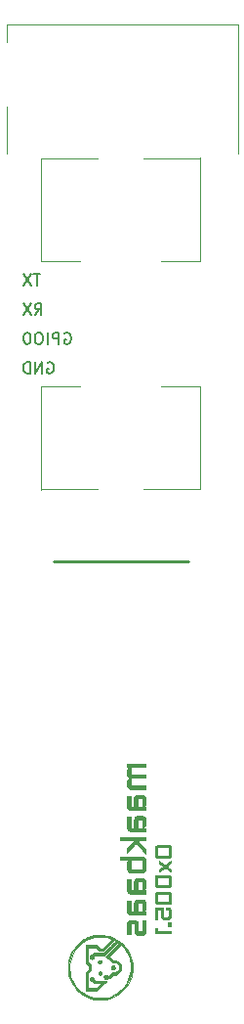
<source format=gbr>
%TF.GenerationSoftware,KiCad,Pcbnew,(5.1.9)-1*%
%TF.CreationDate,2021-03-30T21:26:33+02:00*%
%TF.ProjectId,plant,706c616e-742e-46b6-9963-61645f706362,rev?*%
%TF.SameCoordinates,Original*%
%TF.FileFunction,Legend,Bot*%
%TF.FilePolarity,Positive*%
%FSLAX46Y46*%
G04 Gerber Fmt 4.6, Leading zero omitted, Abs format (unit mm)*
G04 Created by KiCad (PCBNEW (5.1.9)-1) date 2021-03-30 21:26:33*
%MOMM*%
%LPD*%
G01*
G04 APERTURE LIST*
%ADD10C,0.150000*%
%ADD11C,0.250000*%
%ADD12C,0.120000*%
%ADD13C,0.010000*%
%ADD14C,0.100000*%
G04 APERTURE END LIST*
D10*
X157940190Y-87638000D02*
X158035428Y-87590380D01*
X158178285Y-87590380D01*
X158321142Y-87638000D01*
X158416380Y-87733238D01*
X158464000Y-87828476D01*
X158511619Y-88018952D01*
X158511619Y-88161809D01*
X158464000Y-88352285D01*
X158416380Y-88447523D01*
X158321142Y-88542761D01*
X158178285Y-88590380D01*
X158083047Y-88590380D01*
X157940190Y-88542761D01*
X157892571Y-88495142D01*
X157892571Y-88161809D01*
X158083047Y-88161809D01*
X157464000Y-88590380D02*
X157464000Y-87590380D01*
X157083047Y-87590380D01*
X156987809Y-87638000D01*
X156940190Y-87685619D01*
X156892571Y-87780857D01*
X156892571Y-87923714D01*
X156940190Y-88018952D01*
X156987809Y-88066571D01*
X157083047Y-88114190D01*
X157464000Y-88114190D01*
X156464000Y-88590380D02*
X156464000Y-87590380D01*
X155797333Y-87590380D02*
X155606857Y-87590380D01*
X155511619Y-87638000D01*
X155416380Y-87733238D01*
X155368761Y-87923714D01*
X155368761Y-88257047D01*
X155416380Y-88447523D01*
X155511619Y-88542761D01*
X155606857Y-88590380D01*
X155797333Y-88590380D01*
X155892571Y-88542761D01*
X155987809Y-88447523D01*
X156035428Y-88257047D01*
X156035428Y-87923714D01*
X155987809Y-87733238D01*
X155892571Y-87638000D01*
X155797333Y-87590380D01*
X154749714Y-87590380D02*
X154654476Y-87590380D01*
X154559238Y-87638000D01*
X154511619Y-87685619D01*
X154464000Y-87780857D01*
X154416380Y-87971333D01*
X154416380Y-88209428D01*
X154464000Y-88399904D01*
X154511619Y-88495142D01*
X154559238Y-88542761D01*
X154654476Y-88590380D01*
X154749714Y-88590380D01*
X154844952Y-88542761D01*
X154892571Y-88495142D01*
X154940190Y-88399904D01*
X154987809Y-88209428D01*
X154987809Y-87971333D01*
X154940190Y-87780857D01*
X154892571Y-87685619D01*
X154844952Y-87638000D01*
X154749714Y-87590380D01*
X155828904Y-82510380D02*
X155257476Y-82510380D01*
X155543190Y-83510380D02*
X155543190Y-82510380D01*
X155019380Y-82510380D02*
X154352714Y-83510380D01*
X154352714Y-82510380D02*
X155019380Y-83510380D01*
X155360666Y-86050380D02*
X155694000Y-85574190D01*
X155932095Y-86050380D02*
X155932095Y-85050380D01*
X155551142Y-85050380D01*
X155455904Y-85098000D01*
X155408285Y-85145619D01*
X155360666Y-85240857D01*
X155360666Y-85383714D01*
X155408285Y-85478952D01*
X155455904Y-85526571D01*
X155551142Y-85574190D01*
X155932095Y-85574190D01*
X155027333Y-85050380D02*
X154360666Y-86050380D01*
X154360666Y-85050380D02*
X155027333Y-86050380D01*
X156463904Y-90178000D02*
X156559142Y-90130380D01*
X156702000Y-90130380D01*
X156844857Y-90178000D01*
X156940095Y-90273238D01*
X156987714Y-90368476D01*
X157035333Y-90558952D01*
X157035333Y-90701809D01*
X156987714Y-90892285D01*
X156940095Y-90987523D01*
X156844857Y-91082761D01*
X156702000Y-91130380D01*
X156606761Y-91130380D01*
X156463904Y-91082761D01*
X156416285Y-91035142D01*
X156416285Y-90701809D01*
X156606761Y-90701809D01*
X155987714Y-91130380D02*
X155987714Y-90130380D01*
X155416285Y-91130380D01*
X155416285Y-90130380D01*
X154940095Y-91130380D02*
X154940095Y-90130380D01*
X154702000Y-90130380D01*
X154559142Y-90178000D01*
X154463904Y-90273238D01*
X154416285Y-90368476D01*
X154368666Y-90558952D01*
X154368666Y-90701809D01*
X154416285Y-90892285D01*
X154463904Y-90987523D01*
X154559142Y-91082761D01*
X154702000Y-91130380D01*
X154940095Y-91130380D01*
D11*
X168656000Y-107442000D02*
X156972000Y-107442000D01*
D12*
X152908000Y-60960000D02*
X172974000Y-60960000D01*
X172974000Y-60960000D02*
X172974000Y-72136000D01*
X152908000Y-72136000D02*
X152908000Y-68072000D01*
X152908000Y-60960000D02*
X152908000Y-62484000D01*
D13*
%TO.C,G\u002A\u002A\u002A*%
G36*
X160864952Y-143117290D02*
G01*
X160898080Y-143167031D01*
X160945844Y-143201282D01*
X161000722Y-143213667D01*
X161055924Y-143200716D01*
X161103531Y-143166483D01*
X161136719Y-143117898D01*
X161148681Y-143063383D01*
X161143845Y-143017357D01*
X161132320Y-142977339D01*
X161130764Y-142974056D01*
X161094778Y-142932731D01*
X161040172Y-142908536D01*
X160995783Y-142903430D01*
X160943502Y-142916169D01*
X160898017Y-142950319D01*
X160865615Y-142999076D01*
X160852585Y-143055632D01*
X160852555Y-143058445D01*
X160864952Y-143117290D01*
G37*
X160864952Y-143117290D02*
X160898080Y-143167031D01*
X160945844Y-143201282D01*
X161000722Y-143213667D01*
X161055924Y-143200716D01*
X161103531Y-143166483D01*
X161136719Y-143117898D01*
X161148681Y-143063383D01*
X161143845Y-143017357D01*
X161132320Y-142977339D01*
X161130764Y-142974056D01*
X161094778Y-142932731D01*
X161040172Y-142908536D01*
X160995783Y-142903430D01*
X160943502Y-142916169D01*
X160898017Y-142950319D01*
X160865615Y-142999076D01*
X160852585Y-143055632D01*
X160852555Y-143058445D01*
X160864952Y-143117290D01*
G36*
X160850988Y-142123154D02*
G01*
X160883878Y-142171839D01*
X160930525Y-142210502D01*
X160944642Y-142218060D01*
X160985596Y-142233718D01*
X161020927Y-142234561D01*
X161052816Y-142226746D01*
X161105285Y-142197582D01*
X161142379Y-142150404D01*
X161161368Y-142092427D01*
X161159523Y-142030868D01*
X161143308Y-141987553D01*
X161105463Y-141945375D01*
X161053971Y-141921922D01*
X160996022Y-141916888D01*
X160938808Y-141929965D01*
X160889520Y-141960846D01*
X160859850Y-141999649D01*
X160844539Y-142039142D01*
X160838497Y-142073494D01*
X160850988Y-142123154D01*
G37*
X160850988Y-142123154D02*
X160883878Y-142171839D01*
X160930525Y-142210502D01*
X160944642Y-142218060D01*
X160985596Y-142233718D01*
X161020927Y-142234561D01*
X161052816Y-142226746D01*
X161105285Y-142197582D01*
X161142379Y-142150404D01*
X161161368Y-142092427D01*
X161159523Y-142030868D01*
X161143308Y-141987553D01*
X161105463Y-141945375D01*
X161053971Y-141921922D01*
X160996022Y-141916888D01*
X160938808Y-141929965D01*
X160889520Y-141960846D01*
X160859850Y-141999649D01*
X160844539Y-142039142D01*
X160838497Y-142073494D01*
X160850988Y-142123154D01*
G36*
X161996650Y-142606755D02*
G01*
X162001665Y-142640328D01*
X162013200Y-142663247D01*
X162033853Y-142684283D01*
X162034361Y-142684731D01*
X162075019Y-142710009D01*
X162126474Y-142719087D01*
X162137330Y-142719332D01*
X162179190Y-142716741D01*
X162210320Y-142704517D01*
X162243023Y-142677051D01*
X162253747Y-142666266D01*
X162285983Y-142629305D01*
X162301508Y-142597004D01*
X162305943Y-142556765D01*
X162306000Y-142549186D01*
X162302973Y-142507356D01*
X162290102Y-142475897D01*
X162261704Y-142442504D01*
X162252488Y-142433364D01*
X162215282Y-142401000D01*
X162182734Y-142385467D01*
X162142402Y-142381144D01*
X162136844Y-142381111D01*
X162087173Y-142386504D01*
X162049561Y-142406337D01*
X162035133Y-142419029D01*
X162013804Y-142442276D01*
X162001879Y-142466495D01*
X161996686Y-142500779D01*
X161995555Y-142553761D01*
X161996650Y-142606755D01*
G37*
X161996650Y-142606755D02*
X162001665Y-142640328D01*
X162013200Y-142663247D01*
X162033853Y-142684283D01*
X162034361Y-142684731D01*
X162075019Y-142710009D01*
X162126474Y-142719087D01*
X162137330Y-142719332D01*
X162179190Y-142716741D01*
X162210320Y-142704517D01*
X162243023Y-142677051D01*
X162253747Y-142666266D01*
X162285983Y-142629305D01*
X162301508Y-142597004D01*
X162305943Y-142556765D01*
X162306000Y-142549186D01*
X162302973Y-142507356D01*
X162290102Y-142475897D01*
X162261704Y-142442504D01*
X162252488Y-142433364D01*
X162215282Y-142401000D01*
X162182734Y-142385467D01*
X162142402Y-142381144D01*
X162136844Y-142381111D01*
X162087173Y-142386504D01*
X162049561Y-142406337D01*
X162035133Y-142419029D01*
X162013804Y-142442276D01*
X162001879Y-142466495D01*
X161996686Y-142500779D01*
X161995555Y-142553761D01*
X161996650Y-142606755D01*
G36*
X158253388Y-142925079D02*
G01*
X158305277Y-143192456D01*
X158383295Y-143453727D01*
X158486746Y-143707100D01*
X158614937Y-143950787D01*
X158767172Y-144182996D01*
X158942757Y-144401937D01*
X159066818Y-144534022D01*
X159274183Y-144723443D01*
X159493259Y-144887586D01*
X159725226Y-145027089D01*
X159971262Y-145142592D01*
X160232550Y-145234731D01*
X160478611Y-145297545D01*
X160537667Y-145309824D01*
X160588669Y-145319237D01*
X160636809Y-145326165D01*
X160687276Y-145330988D01*
X160745261Y-145334087D01*
X160815954Y-145335842D01*
X160904546Y-145336632D01*
X161014833Y-145336839D01*
X161130659Y-145336584D01*
X161223478Y-145335515D01*
X161298500Y-145333318D01*
X161360934Y-145329676D01*
X161415992Y-145324275D01*
X161468883Y-145316798D01*
X161524817Y-145306930D01*
X161532370Y-145305496D01*
X161814333Y-145238343D01*
X162081005Y-145147488D01*
X162332520Y-145032864D01*
X162569012Y-144894402D01*
X162790614Y-144732036D01*
X162959375Y-144582866D01*
X163128241Y-144409330D01*
X163274302Y-144232727D01*
X163402699Y-144046044D01*
X163518572Y-143842268D01*
X163554458Y-143771056D01*
X163659576Y-143532917D01*
X163739762Y-143296916D01*
X163796979Y-143056643D01*
X163822790Y-142895089D01*
X163831954Y-142802982D01*
X163838175Y-142694100D01*
X163841378Y-142576745D01*
X163841490Y-142459220D01*
X163838436Y-142349829D01*
X163832143Y-142256876D01*
X163828745Y-142226487D01*
X163779385Y-141950314D01*
X163704406Y-141682223D01*
X163604957Y-141424101D01*
X163482189Y-141177833D01*
X163337253Y-140945303D01*
X163171300Y-140728398D01*
X162985480Y-140529001D01*
X162780945Y-140348998D01*
X162603752Y-140219650D01*
X162365731Y-140077038D01*
X162117230Y-139959651D01*
X161860298Y-139867566D01*
X161596985Y-139800856D01*
X161329340Y-139759596D01*
X161059413Y-139743861D01*
X161047892Y-139744281D01*
X161047892Y-139883320D01*
X161310442Y-139897792D01*
X161570039Y-139937413D01*
X161823731Y-140002365D01*
X161956750Y-140047857D01*
X162003245Y-140066426D01*
X162037163Y-140082234D01*
X162051845Y-140092142D01*
X162052000Y-140092729D01*
X162042346Y-140104376D01*
X162014776Y-140133802D01*
X161971372Y-140178874D01*
X161914220Y-140237461D01*
X161845404Y-140307430D01*
X161767008Y-140386649D01*
X161681116Y-140472986D01*
X161639339Y-140514829D01*
X161226679Y-140927667D01*
X161028484Y-140927667D01*
X160866666Y-140765389D01*
X160704849Y-140603111D01*
X159751889Y-140603111D01*
X159751889Y-142134724D01*
X159885944Y-142268222D01*
X160020000Y-142401720D01*
X160020000Y-142685088D01*
X159766000Y-142937912D01*
X159766000Y-144568333D01*
X160263416Y-144567918D01*
X160760833Y-144567503D01*
X161164429Y-144177551D01*
X161265458Y-144079873D01*
X161347957Y-143999801D01*
X161413715Y-143935356D01*
X161464522Y-143884556D01*
X161502167Y-143845423D01*
X161528439Y-143815974D01*
X161545128Y-143794231D01*
X161554022Y-143778213D01*
X161556910Y-143765940D01*
X161555582Y-143755431D01*
X161552919Y-143747577D01*
X161537812Y-143707556D01*
X160578732Y-143707556D01*
X160532199Y-143662454D01*
X160502338Y-143628813D01*
X160488811Y-143595869D01*
X160485666Y-143550056D01*
X160481463Y-143500349D01*
X160464911Y-143462236D01*
X160442172Y-143433223D01*
X160385830Y-143387470D01*
X160322809Y-143366179D01*
X160300367Y-143366909D01*
X160300367Y-143510000D01*
X160332500Y-143513059D01*
X160349259Y-143519407D01*
X160358494Y-143545257D01*
X160354510Y-143579612D01*
X160339289Y-143607200D01*
X160337683Y-143608626D01*
X160306936Y-143619122D01*
X160271287Y-143613329D01*
X160244510Y-143594345D01*
X160240329Y-143586711D01*
X160239533Y-143551438D01*
X160260325Y-143523102D01*
X160296111Y-143510128D01*
X160300367Y-143510000D01*
X160300367Y-143366909D01*
X160258440Y-143368273D01*
X160198057Y-143392673D01*
X160146992Y-143438304D01*
X160112142Y-143499881D01*
X160098491Y-143543205D01*
X160097647Y-143577640D01*
X160107505Y-143614779D01*
X160141589Y-143675277D01*
X160195523Y-143723755D01*
X160261566Y-143754139D01*
X160292774Y-143760243D01*
X160332403Y-143768073D01*
X160366189Y-143784907D01*
X160403559Y-143816211D01*
X160423825Y-143836240D01*
X160491661Y-143905111D01*
X160823803Y-143905802D01*
X161155944Y-143906492D01*
X160924547Y-144131580D01*
X160693151Y-144356667D01*
X159963555Y-144356667D01*
X159963555Y-143022578D01*
X160090555Y-142896167D01*
X160217555Y-142769755D01*
X160217555Y-142317023D01*
X160090555Y-142190611D01*
X159963555Y-142064200D01*
X159963555Y-140814778D01*
X160634293Y-140814778D01*
X160796111Y-140977056D01*
X160957928Y-141139333D01*
X161296904Y-141139333D01*
X161778189Y-140658200D01*
X162259475Y-140177066D01*
X162318015Y-140206931D01*
X162352667Y-140226606D01*
X162373667Y-140242382D01*
X162376555Y-140247021D01*
X162366868Y-140258690D01*
X162339056Y-140288364D01*
X162294988Y-140334133D01*
X162236539Y-140394088D01*
X162165578Y-140466319D01*
X162083979Y-140548915D01*
X161993612Y-140639968D01*
X161896349Y-140737569D01*
X161865100Y-140768845D01*
X161353645Y-141280445D01*
X160505869Y-141280445D01*
X160429222Y-141358056D01*
X160385986Y-141399504D01*
X160353751Y-141423367D01*
X160327029Y-141433403D01*
X160327029Y-141579965D01*
X160353091Y-141598188D01*
X160358752Y-141634317D01*
X160350101Y-141667346D01*
X160330330Y-141685309D01*
X160298197Y-141689549D01*
X160265680Y-141680630D01*
X160246325Y-141662467D01*
X160238268Y-141624357D01*
X160255665Y-141594855D01*
X160282580Y-141582190D01*
X160327029Y-141579965D01*
X160327029Y-141433403D01*
X160325662Y-141433917D01*
X160304625Y-141435667D01*
X160260613Y-141442845D01*
X160212954Y-141460574D01*
X160204094Y-141465219D01*
X160147101Y-141511139D01*
X160112658Y-141568423D01*
X160100765Y-141631467D01*
X160111422Y-141694664D01*
X160144629Y-141752409D01*
X160200386Y-141799097D01*
X160204094Y-141801226D01*
X160273065Y-141826268D01*
X160339530Y-141826069D01*
X160398745Y-141803379D01*
X160445966Y-141760949D01*
X160476451Y-141701527D01*
X160485666Y-141637992D01*
X160489740Y-141593068D01*
X160506424Y-141560422D01*
X160531528Y-141534659D01*
X160577389Y-141492938D01*
X161000657Y-141492525D01*
X161423926Y-141492111D01*
X161990534Y-140925633D01*
X162557142Y-140359154D01*
X162607960Y-140390561D01*
X162639469Y-140413597D01*
X162657289Y-140433531D01*
X162658778Y-140438392D01*
X162649065Y-140451130D01*
X162621113Y-140481932D01*
X162576702Y-140528965D01*
X162517609Y-140590400D01*
X162445615Y-140664405D01*
X162362497Y-140749150D01*
X162270036Y-140842804D01*
X162170010Y-140943535D01*
X162090908Y-141022815D01*
X161523038Y-141590815D01*
X161790907Y-141858963D01*
X162058777Y-142127111D01*
X162383053Y-142127111D01*
X162630555Y-142373467D01*
X162630555Y-142712217D01*
X162493237Y-142850053D01*
X162355918Y-142987889D01*
X162072662Y-142987889D01*
X161925000Y-143136056D01*
X161858806Y-143200889D01*
X161807923Y-143246018D01*
X161769073Y-143272973D01*
X161738980Y-143283287D01*
X161714369Y-143278493D01*
X161691961Y-143260121D01*
X161682857Y-143249284D01*
X161636200Y-143210354D01*
X161579065Y-143192714D01*
X161530551Y-143194294D01*
X161530551Y-143333401D01*
X161564262Y-143334293D01*
X161589176Y-143354639D01*
X161600981Y-143386032D01*
X161595360Y-143420061D01*
X161583511Y-143436622D01*
X161550903Y-143452638D01*
X161516535Y-143443446D01*
X161496082Y-143423152D01*
X161483964Y-143386288D01*
X161497290Y-143353776D01*
X161530551Y-143333401D01*
X161530551Y-143194294D01*
X161517424Y-143194722D01*
X161457252Y-143214740D01*
X161404521Y-143251124D01*
X161365205Y-143302236D01*
X161350169Y-143340667D01*
X161345904Y-143407812D01*
X161366104Y-143471781D01*
X161407131Y-143526816D01*
X161465346Y-143567164D01*
X161501879Y-143580613D01*
X161565587Y-143588971D01*
X161619747Y-143574365D01*
X161671837Y-143534607D01*
X161677019Y-143529369D01*
X161712756Y-143498047D01*
X161747284Y-143484308D01*
X161783053Y-143481778D01*
X161807129Y-143480703D01*
X161828770Y-143475546D01*
X161852213Y-143463404D01*
X161881698Y-143441374D01*
X161921465Y-143406557D01*
X161975752Y-143356049D01*
X161999514Y-143333611D01*
X162156161Y-143185445D01*
X162439702Y-143185445D01*
X162842222Y-142783643D01*
X162842222Y-142303865D01*
X162454544Y-141915445D01*
X162129150Y-141915445D01*
X161805310Y-141590683D01*
X162827803Y-140568190D01*
X162941926Y-140680900D01*
X163108459Y-140864637D01*
X163257692Y-141068919D01*
X163388079Y-141290877D01*
X163498075Y-141527641D01*
X163586136Y-141776341D01*
X163637881Y-141973537D01*
X163679730Y-142213945D01*
X163700175Y-142460764D01*
X163698817Y-142705618D01*
X163681908Y-142893338D01*
X163633446Y-143156261D01*
X163558701Y-143411039D01*
X163458848Y-143656055D01*
X163335060Y-143889692D01*
X163188513Y-144110329D01*
X163020381Y-144316351D01*
X162831838Y-144506137D01*
X162624059Y-144678072D01*
X162398218Y-144830535D01*
X162194253Y-144942952D01*
X161953788Y-145047514D01*
X161706823Y-145125679D01*
X161455293Y-145177984D01*
X161201132Y-145204966D01*
X160946276Y-145207160D01*
X160692657Y-145185103D01*
X160442210Y-145139331D01*
X160196870Y-145070381D01*
X159958572Y-144978789D01*
X159729248Y-144865091D01*
X159510835Y-144729824D01*
X159305266Y-144573524D01*
X159114475Y-144396726D01*
X158940397Y-144199968D01*
X158796005Y-144000770D01*
X158660868Y-143769057D01*
X158550647Y-143524934D01*
X158465867Y-143270196D01*
X158407057Y-143006635D01*
X158374742Y-142736046D01*
X158368170Y-142544981D01*
X158382117Y-142272902D01*
X158423436Y-142004857D01*
X158491341Y-141742984D01*
X158585047Y-141489425D01*
X158703770Y-141246319D01*
X158846724Y-141015807D01*
X159004400Y-140810271D01*
X159121416Y-140684418D01*
X159258989Y-140556976D01*
X159410334Y-140433347D01*
X159568664Y-140318930D01*
X159727194Y-140219125D01*
X159794222Y-140181785D01*
X160027236Y-140073258D01*
X160272063Y-139988966D01*
X160525750Y-139929090D01*
X160785344Y-139893814D01*
X161047892Y-139883320D01*
X161047892Y-139744281D01*
X160789254Y-139753725D01*
X160520911Y-139789263D01*
X160256436Y-139850550D01*
X159997876Y-139937660D01*
X159747282Y-140050668D01*
X159634979Y-140111523D01*
X159411463Y-140255438D01*
X159202779Y-140421890D01*
X159010346Y-140608587D01*
X158835586Y-140813231D01*
X158679920Y-141033530D01*
X158544768Y-141267187D01*
X158431553Y-141511909D01*
X158341694Y-141765401D01*
X158276614Y-142025368D01*
X158237732Y-142289515D01*
X158230774Y-142379170D01*
X158228322Y-142653387D01*
X158253388Y-142925079D01*
G37*
X158253388Y-142925079D02*
X158305277Y-143192456D01*
X158383295Y-143453727D01*
X158486746Y-143707100D01*
X158614937Y-143950787D01*
X158767172Y-144182996D01*
X158942757Y-144401937D01*
X159066818Y-144534022D01*
X159274183Y-144723443D01*
X159493259Y-144887586D01*
X159725226Y-145027089D01*
X159971262Y-145142592D01*
X160232550Y-145234731D01*
X160478611Y-145297545D01*
X160537667Y-145309824D01*
X160588669Y-145319237D01*
X160636809Y-145326165D01*
X160687276Y-145330988D01*
X160745261Y-145334087D01*
X160815954Y-145335842D01*
X160904546Y-145336632D01*
X161014833Y-145336839D01*
X161130659Y-145336584D01*
X161223478Y-145335515D01*
X161298500Y-145333318D01*
X161360934Y-145329676D01*
X161415992Y-145324275D01*
X161468883Y-145316798D01*
X161524817Y-145306930D01*
X161532370Y-145305496D01*
X161814333Y-145238343D01*
X162081005Y-145147488D01*
X162332520Y-145032864D01*
X162569012Y-144894402D01*
X162790614Y-144732036D01*
X162959375Y-144582866D01*
X163128241Y-144409330D01*
X163274302Y-144232727D01*
X163402699Y-144046044D01*
X163518572Y-143842268D01*
X163554458Y-143771056D01*
X163659576Y-143532917D01*
X163739762Y-143296916D01*
X163796979Y-143056643D01*
X163822790Y-142895089D01*
X163831954Y-142802982D01*
X163838175Y-142694100D01*
X163841378Y-142576745D01*
X163841490Y-142459220D01*
X163838436Y-142349829D01*
X163832143Y-142256876D01*
X163828745Y-142226487D01*
X163779385Y-141950314D01*
X163704406Y-141682223D01*
X163604957Y-141424101D01*
X163482189Y-141177833D01*
X163337253Y-140945303D01*
X163171300Y-140728398D01*
X162985480Y-140529001D01*
X162780945Y-140348998D01*
X162603752Y-140219650D01*
X162365731Y-140077038D01*
X162117230Y-139959651D01*
X161860298Y-139867566D01*
X161596985Y-139800856D01*
X161329340Y-139759596D01*
X161059413Y-139743861D01*
X161047892Y-139744281D01*
X161047892Y-139883320D01*
X161310442Y-139897792D01*
X161570039Y-139937413D01*
X161823731Y-140002365D01*
X161956750Y-140047857D01*
X162003245Y-140066426D01*
X162037163Y-140082234D01*
X162051845Y-140092142D01*
X162052000Y-140092729D01*
X162042346Y-140104376D01*
X162014776Y-140133802D01*
X161971372Y-140178874D01*
X161914220Y-140237461D01*
X161845404Y-140307430D01*
X161767008Y-140386649D01*
X161681116Y-140472986D01*
X161639339Y-140514829D01*
X161226679Y-140927667D01*
X161028484Y-140927667D01*
X160866666Y-140765389D01*
X160704849Y-140603111D01*
X159751889Y-140603111D01*
X159751889Y-142134724D01*
X159885944Y-142268222D01*
X160020000Y-142401720D01*
X160020000Y-142685088D01*
X159766000Y-142937912D01*
X159766000Y-144568333D01*
X160263416Y-144567918D01*
X160760833Y-144567503D01*
X161164429Y-144177551D01*
X161265458Y-144079873D01*
X161347957Y-143999801D01*
X161413715Y-143935356D01*
X161464522Y-143884556D01*
X161502167Y-143845423D01*
X161528439Y-143815974D01*
X161545128Y-143794231D01*
X161554022Y-143778213D01*
X161556910Y-143765940D01*
X161555582Y-143755431D01*
X161552919Y-143747577D01*
X161537812Y-143707556D01*
X160578732Y-143707556D01*
X160532199Y-143662454D01*
X160502338Y-143628813D01*
X160488811Y-143595869D01*
X160485666Y-143550056D01*
X160481463Y-143500349D01*
X160464911Y-143462236D01*
X160442172Y-143433223D01*
X160385830Y-143387470D01*
X160322809Y-143366179D01*
X160300367Y-143366909D01*
X160300367Y-143510000D01*
X160332500Y-143513059D01*
X160349259Y-143519407D01*
X160358494Y-143545257D01*
X160354510Y-143579612D01*
X160339289Y-143607200D01*
X160337683Y-143608626D01*
X160306936Y-143619122D01*
X160271287Y-143613329D01*
X160244510Y-143594345D01*
X160240329Y-143586711D01*
X160239533Y-143551438D01*
X160260325Y-143523102D01*
X160296111Y-143510128D01*
X160300367Y-143510000D01*
X160300367Y-143366909D01*
X160258440Y-143368273D01*
X160198057Y-143392673D01*
X160146992Y-143438304D01*
X160112142Y-143499881D01*
X160098491Y-143543205D01*
X160097647Y-143577640D01*
X160107505Y-143614779D01*
X160141589Y-143675277D01*
X160195523Y-143723755D01*
X160261566Y-143754139D01*
X160292774Y-143760243D01*
X160332403Y-143768073D01*
X160366189Y-143784907D01*
X160403559Y-143816211D01*
X160423825Y-143836240D01*
X160491661Y-143905111D01*
X160823803Y-143905802D01*
X161155944Y-143906492D01*
X160924547Y-144131580D01*
X160693151Y-144356667D01*
X159963555Y-144356667D01*
X159963555Y-143022578D01*
X160090555Y-142896167D01*
X160217555Y-142769755D01*
X160217555Y-142317023D01*
X160090555Y-142190611D01*
X159963555Y-142064200D01*
X159963555Y-140814778D01*
X160634293Y-140814778D01*
X160796111Y-140977056D01*
X160957928Y-141139333D01*
X161296904Y-141139333D01*
X161778189Y-140658200D01*
X162259475Y-140177066D01*
X162318015Y-140206931D01*
X162352667Y-140226606D01*
X162373667Y-140242382D01*
X162376555Y-140247021D01*
X162366868Y-140258690D01*
X162339056Y-140288364D01*
X162294988Y-140334133D01*
X162236539Y-140394088D01*
X162165578Y-140466319D01*
X162083979Y-140548915D01*
X161993612Y-140639968D01*
X161896349Y-140737569D01*
X161865100Y-140768845D01*
X161353645Y-141280445D01*
X160505869Y-141280445D01*
X160429222Y-141358056D01*
X160385986Y-141399504D01*
X160353751Y-141423367D01*
X160327029Y-141433403D01*
X160327029Y-141579965D01*
X160353091Y-141598188D01*
X160358752Y-141634317D01*
X160350101Y-141667346D01*
X160330330Y-141685309D01*
X160298197Y-141689549D01*
X160265680Y-141680630D01*
X160246325Y-141662467D01*
X160238268Y-141624357D01*
X160255665Y-141594855D01*
X160282580Y-141582190D01*
X160327029Y-141579965D01*
X160327029Y-141433403D01*
X160325662Y-141433917D01*
X160304625Y-141435667D01*
X160260613Y-141442845D01*
X160212954Y-141460574D01*
X160204094Y-141465219D01*
X160147101Y-141511139D01*
X160112658Y-141568423D01*
X160100765Y-141631467D01*
X160111422Y-141694664D01*
X160144629Y-141752409D01*
X160200386Y-141799097D01*
X160204094Y-141801226D01*
X160273065Y-141826268D01*
X160339530Y-141826069D01*
X160398745Y-141803379D01*
X160445966Y-141760949D01*
X160476451Y-141701527D01*
X160485666Y-141637992D01*
X160489740Y-141593068D01*
X160506424Y-141560422D01*
X160531528Y-141534659D01*
X160577389Y-141492938D01*
X161000657Y-141492525D01*
X161423926Y-141492111D01*
X161990534Y-140925633D01*
X162557142Y-140359154D01*
X162607960Y-140390561D01*
X162639469Y-140413597D01*
X162657289Y-140433531D01*
X162658778Y-140438392D01*
X162649065Y-140451130D01*
X162621113Y-140481932D01*
X162576702Y-140528965D01*
X162517609Y-140590400D01*
X162445615Y-140664405D01*
X162362497Y-140749150D01*
X162270036Y-140842804D01*
X162170010Y-140943535D01*
X162090908Y-141022815D01*
X161523038Y-141590815D01*
X161790907Y-141858963D01*
X162058777Y-142127111D01*
X162383053Y-142127111D01*
X162630555Y-142373467D01*
X162630555Y-142712217D01*
X162493237Y-142850053D01*
X162355918Y-142987889D01*
X162072662Y-142987889D01*
X161925000Y-143136056D01*
X161858806Y-143200889D01*
X161807923Y-143246018D01*
X161769073Y-143272973D01*
X161738980Y-143283287D01*
X161714369Y-143278493D01*
X161691961Y-143260121D01*
X161682857Y-143249284D01*
X161636200Y-143210354D01*
X161579065Y-143192714D01*
X161530551Y-143194294D01*
X161530551Y-143333401D01*
X161564262Y-143334293D01*
X161589176Y-143354639D01*
X161600981Y-143386032D01*
X161595360Y-143420061D01*
X161583511Y-143436622D01*
X161550903Y-143452638D01*
X161516535Y-143443446D01*
X161496082Y-143423152D01*
X161483964Y-143386288D01*
X161497290Y-143353776D01*
X161530551Y-143333401D01*
X161530551Y-143194294D01*
X161517424Y-143194722D01*
X161457252Y-143214740D01*
X161404521Y-143251124D01*
X161365205Y-143302236D01*
X161350169Y-143340667D01*
X161345904Y-143407812D01*
X161366104Y-143471781D01*
X161407131Y-143526816D01*
X161465346Y-143567164D01*
X161501879Y-143580613D01*
X161565587Y-143588971D01*
X161619747Y-143574365D01*
X161671837Y-143534607D01*
X161677019Y-143529369D01*
X161712756Y-143498047D01*
X161747284Y-143484308D01*
X161783053Y-143481778D01*
X161807129Y-143480703D01*
X161828770Y-143475546D01*
X161852213Y-143463404D01*
X161881698Y-143441374D01*
X161921465Y-143406557D01*
X161975752Y-143356049D01*
X161999514Y-143333611D01*
X162156161Y-143185445D01*
X162439702Y-143185445D01*
X162842222Y-142783643D01*
X162842222Y-142303865D01*
X162454544Y-141915445D01*
X162129150Y-141915445D01*
X161805310Y-141590683D01*
X162827803Y-140568190D01*
X162941926Y-140680900D01*
X163108459Y-140864637D01*
X163257692Y-141068919D01*
X163388079Y-141290877D01*
X163498075Y-141527641D01*
X163586136Y-141776341D01*
X163637881Y-141973537D01*
X163679730Y-142213945D01*
X163700175Y-142460764D01*
X163698817Y-142705618D01*
X163681908Y-142893338D01*
X163633446Y-143156261D01*
X163558701Y-143411039D01*
X163458848Y-143656055D01*
X163335060Y-143889692D01*
X163188513Y-144110329D01*
X163020381Y-144316351D01*
X162831838Y-144506137D01*
X162624059Y-144678072D01*
X162398218Y-144830535D01*
X162194253Y-144942952D01*
X161953788Y-145047514D01*
X161706823Y-145125679D01*
X161455293Y-145177984D01*
X161201132Y-145204966D01*
X160946276Y-145207160D01*
X160692657Y-145185103D01*
X160442210Y-145139331D01*
X160196870Y-145070381D01*
X159958572Y-144978789D01*
X159729248Y-144865091D01*
X159510835Y-144729824D01*
X159305266Y-144573524D01*
X159114475Y-144396726D01*
X158940397Y-144199968D01*
X158796005Y-144000770D01*
X158660868Y-143769057D01*
X158550647Y-143524934D01*
X158465867Y-143270196D01*
X158407057Y-143006635D01*
X158374742Y-142736046D01*
X158368170Y-142544981D01*
X158382117Y-142272902D01*
X158423436Y-142004857D01*
X158491341Y-141742984D01*
X158585047Y-141489425D01*
X158703770Y-141246319D01*
X158846724Y-141015807D01*
X159004400Y-140810271D01*
X159121416Y-140684418D01*
X159258989Y-140556976D01*
X159410334Y-140433347D01*
X159568664Y-140318930D01*
X159727194Y-140219125D01*
X159794222Y-140181785D01*
X160027236Y-140073258D01*
X160272063Y-139988966D01*
X160525750Y-139929090D01*
X160785344Y-139893814D01*
X161047892Y-139883320D01*
X161047892Y-139744281D01*
X160789254Y-139753725D01*
X160520911Y-139789263D01*
X160256436Y-139850550D01*
X159997876Y-139937660D01*
X159747282Y-140050668D01*
X159634979Y-140111523D01*
X159411463Y-140255438D01*
X159202779Y-140421890D01*
X159010346Y-140608587D01*
X158835586Y-140813231D01*
X158679920Y-141033530D01*
X158544768Y-141267187D01*
X158431553Y-141511909D01*
X158341694Y-141765401D01*
X158276614Y-142025368D01*
X158237732Y-142289515D01*
X158230774Y-142379170D01*
X158228322Y-142653387D01*
X158253388Y-142925079D01*
G36*
X163660666Y-139671778D02*
G01*
X163660666Y-138740445D01*
X163996976Y-138740445D01*
X164001682Y-139124972D01*
X164003143Y-139239192D01*
X164004615Y-139328833D01*
X164006425Y-139397537D01*
X164008898Y-139448946D01*
X164012358Y-139486701D01*
X164017132Y-139514445D01*
X164023546Y-139535818D01*
X164031924Y-139554463D01*
X164041666Y-139572373D01*
X164075809Y-139619524D01*
X164120268Y-139664268D01*
X164138088Y-139678207D01*
X164199232Y-139721167D01*
X164453079Y-139725852D01*
X164543770Y-139727389D01*
X164611257Y-139727837D01*
X164660553Y-139726709D01*
X164696669Y-139723519D01*
X164724619Y-139717779D01*
X164749413Y-139709003D01*
X164776064Y-139696704D01*
X164781761Y-139693924D01*
X164857448Y-139643286D01*
X164897159Y-139597516D01*
X164937722Y-139537722D01*
X164941729Y-138997972D01*
X164945737Y-138458222D01*
X164662555Y-138458222D01*
X164662555Y-139446000D01*
X164281555Y-139446000D01*
X164281555Y-139064547D01*
X164281333Y-138941706D01*
X164280309Y-138843585D01*
X164277943Y-138766685D01*
X164273696Y-138707503D01*
X164267029Y-138662539D01*
X164257405Y-138628293D01*
X164244283Y-138601264D01*
X164227126Y-138577952D01*
X164205394Y-138554855D01*
X164202685Y-138552162D01*
X164171177Y-138522478D01*
X164141809Y-138500440D01*
X164109726Y-138484914D01*
X164070073Y-138474769D01*
X164017994Y-138468872D01*
X163948634Y-138466093D01*
X163857137Y-138465299D01*
X163830000Y-138465278D01*
X163732155Y-138465750D01*
X163657672Y-138467922D01*
X163601694Y-138472926D01*
X163559366Y-138481893D01*
X163525832Y-138495956D01*
X163496238Y-138516246D01*
X163465727Y-138543895D01*
X163457314Y-138552162D01*
X163437316Y-138572705D01*
X163421019Y-138592789D01*
X163408046Y-138615416D01*
X163398016Y-138643588D01*
X163390553Y-138680306D01*
X163385276Y-138728572D01*
X163381808Y-138791389D01*
X163379770Y-138871757D01*
X163378783Y-138972679D01*
X163378468Y-139097157D01*
X163378444Y-139177436D01*
X163378444Y-139671778D01*
X163660666Y-139671778D01*
G37*
X163660666Y-139671778D02*
X163660666Y-138740445D01*
X163996976Y-138740445D01*
X164001682Y-139124972D01*
X164003143Y-139239192D01*
X164004615Y-139328833D01*
X164006425Y-139397537D01*
X164008898Y-139448946D01*
X164012358Y-139486701D01*
X164017132Y-139514445D01*
X164023546Y-139535818D01*
X164031924Y-139554463D01*
X164041666Y-139572373D01*
X164075809Y-139619524D01*
X164120268Y-139664268D01*
X164138088Y-139678207D01*
X164199232Y-139721167D01*
X164453079Y-139725852D01*
X164543770Y-139727389D01*
X164611257Y-139727837D01*
X164660553Y-139726709D01*
X164696669Y-139723519D01*
X164724619Y-139717779D01*
X164749413Y-139709003D01*
X164776064Y-139696704D01*
X164781761Y-139693924D01*
X164857448Y-139643286D01*
X164897159Y-139597516D01*
X164937722Y-139537722D01*
X164941729Y-138997972D01*
X164945737Y-138458222D01*
X164662555Y-138458222D01*
X164662555Y-139446000D01*
X164281555Y-139446000D01*
X164281555Y-139064547D01*
X164281333Y-138941706D01*
X164280309Y-138843585D01*
X164277943Y-138766685D01*
X164273696Y-138707503D01*
X164267029Y-138662539D01*
X164257405Y-138628293D01*
X164244283Y-138601264D01*
X164227126Y-138577952D01*
X164205394Y-138554855D01*
X164202685Y-138552162D01*
X164171177Y-138522478D01*
X164141809Y-138500440D01*
X164109726Y-138484914D01*
X164070073Y-138474769D01*
X164017994Y-138468872D01*
X163948634Y-138466093D01*
X163857137Y-138465299D01*
X163830000Y-138465278D01*
X163732155Y-138465750D01*
X163657672Y-138467922D01*
X163601694Y-138472926D01*
X163559366Y-138481893D01*
X163525832Y-138495956D01*
X163496238Y-138516246D01*
X163465727Y-138543895D01*
X163457314Y-138552162D01*
X163437316Y-138572705D01*
X163421019Y-138592789D01*
X163408046Y-138615416D01*
X163398016Y-138643588D01*
X163390553Y-138680306D01*
X163385276Y-138728572D01*
X163381808Y-138791389D01*
X163379770Y-138871757D01*
X163378783Y-138972679D01*
X163378468Y-139097157D01*
X163378444Y-139177436D01*
X163378444Y-139671778D01*
X163660666Y-139671778D01*
G36*
X163385500Y-137802056D02*
G01*
X163420031Y-137853077D01*
X163480472Y-137919256D01*
X163556377Y-137966171D01*
X163591452Y-137978829D01*
X163616326Y-137981905D01*
X163666920Y-137984687D01*
X163740737Y-137987127D01*
X163835276Y-137989176D01*
X163948039Y-137990784D01*
X164076525Y-137991902D01*
X164218234Y-137992483D01*
X164292045Y-137992556D01*
X164944778Y-137992556D01*
X164944778Y-137710333D01*
X164814250Y-137709521D01*
X164683722Y-137708708D01*
X164754278Y-137676317D01*
X164838903Y-137625178D01*
X164899835Y-137559882D01*
X164922289Y-137520626D01*
X164930152Y-137499182D01*
X164936023Y-137469918D01*
X164940161Y-137428877D01*
X164942825Y-137372103D01*
X164944275Y-137295638D01*
X164944770Y-137195525D01*
X164944778Y-137177726D01*
X164944632Y-137078545D01*
X164943928Y-137003223D01*
X164942265Y-136947397D01*
X164939242Y-136906704D01*
X164934460Y-136876782D01*
X164927518Y-136853269D01*
X164918015Y-136831800D01*
X164911944Y-136820025D01*
X164879278Y-136773136D01*
X164835979Y-136728801D01*
X164819059Y-136715500D01*
X164759007Y-136673167D01*
X164495587Y-136668601D01*
X164386798Y-136667389D01*
X164301835Y-136668476D01*
X164253333Y-136671528D01*
X164253333Y-136934222D01*
X164662555Y-136934222D01*
X164662555Y-137710333D01*
X164253333Y-137710333D01*
X164253333Y-136934222D01*
X164253333Y-136671528D01*
X164236348Y-136672597D01*
X164185984Y-136680485D01*
X164146392Y-136692876D01*
X164113219Y-136710503D01*
X164082114Y-136734100D01*
X164075989Y-136739398D01*
X164049488Y-136763134D01*
X164028263Y-136785046D01*
X164011690Y-136808492D01*
X163999147Y-136836827D01*
X163990011Y-136873409D01*
X163983658Y-136921594D01*
X163979465Y-136984738D01*
X163976810Y-137066200D01*
X163975070Y-137169334D01*
X163973695Y-137290528D01*
X163969224Y-137710333D01*
X163660666Y-137710333D01*
X163660666Y-136750778D01*
X163377462Y-136750778D01*
X163385500Y-137802056D01*
G37*
X163385500Y-137802056D02*
X163420031Y-137853077D01*
X163480472Y-137919256D01*
X163556377Y-137966171D01*
X163591452Y-137978829D01*
X163616326Y-137981905D01*
X163666920Y-137984687D01*
X163740737Y-137987127D01*
X163835276Y-137989176D01*
X163948039Y-137990784D01*
X164076525Y-137991902D01*
X164218234Y-137992483D01*
X164292045Y-137992556D01*
X164944778Y-137992556D01*
X164944778Y-137710333D01*
X164814250Y-137709521D01*
X164683722Y-137708708D01*
X164754278Y-137676317D01*
X164838903Y-137625178D01*
X164899835Y-137559882D01*
X164922289Y-137520626D01*
X164930152Y-137499182D01*
X164936023Y-137469918D01*
X164940161Y-137428877D01*
X164942825Y-137372103D01*
X164944275Y-137295638D01*
X164944770Y-137195525D01*
X164944778Y-137177726D01*
X164944632Y-137078545D01*
X164943928Y-137003223D01*
X164942265Y-136947397D01*
X164939242Y-136906704D01*
X164934460Y-136876782D01*
X164927518Y-136853269D01*
X164918015Y-136831800D01*
X164911944Y-136820025D01*
X164879278Y-136773136D01*
X164835979Y-136728801D01*
X164819059Y-136715500D01*
X164759007Y-136673167D01*
X164495587Y-136668601D01*
X164386798Y-136667389D01*
X164301835Y-136668476D01*
X164253333Y-136671528D01*
X164253333Y-136934222D01*
X164662555Y-136934222D01*
X164662555Y-137710333D01*
X164253333Y-137710333D01*
X164253333Y-136934222D01*
X164253333Y-136671528D01*
X164236348Y-136672597D01*
X164185984Y-136680485D01*
X164146392Y-136692876D01*
X164113219Y-136710503D01*
X164082114Y-136734100D01*
X164075989Y-136739398D01*
X164049488Y-136763134D01*
X164028263Y-136785046D01*
X164011690Y-136808492D01*
X163999147Y-136836827D01*
X163990011Y-136873409D01*
X163983658Y-136921594D01*
X163979465Y-136984738D01*
X163976810Y-137066200D01*
X163975070Y-137169334D01*
X163973695Y-137290528D01*
X163969224Y-137710333D01*
X163660666Y-137710333D01*
X163660666Y-136750778D01*
X163377462Y-136750778D01*
X163385500Y-137802056D01*
G36*
X163381475Y-135451362D02*
G01*
X163385500Y-135972280D01*
X163427833Y-136032362D01*
X163466744Y-136075959D01*
X163514521Y-136114531D01*
X163532358Y-136125278D01*
X163594550Y-136158111D01*
X164944778Y-136158111D01*
X164944778Y-135875889D01*
X164814250Y-135875270D01*
X164753998Y-135874783D01*
X164718852Y-135873503D01*
X164705695Y-135870651D01*
X164711412Y-135865446D01*
X164732885Y-135857107D01*
X164736510Y-135855810D01*
X164806793Y-135824071D01*
X164859356Y-135782525D01*
X164898943Y-135731986D01*
X164937722Y-135673436D01*
X164939988Y-135368968D01*
X164940324Y-135277546D01*
X164939979Y-135194440D01*
X164939025Y-135124236D01*
X164937533Y-135071517D01*
X164935575Y-135040869D01*
X164934812Y-135036278D01*
X164918590Y-134999798D01*
X164890607Y-134955961D01*
X164859227Y-134917200D01*
X164846518Y-134904976D01*
X164820422Y-134887428D01*
X164781598Y-134865979D01*
X164768389Y-134859425D01*
X164743628Y-134849174D01*
X164715310Y-134841815D01*
X164678433Y-134836880D01*
X164627998Y-134833905D01*
X164559004Y-134832423D01*
X164473692Y-134831977D01*
X164366573Y-134832733D01*
X164283072Y-134835996D01*
X164253333Y-134839128D01*
X164253333Y-135113889D01*
X164662555Y-135113889D01*
X164662555Y-135875889D01*
X164253333Y-135875889D01*
X164253333Y-135113889D01*
X164253333Y-134839128D01*
X164218621Y-134842784D01*
X164168656Y-134854114D01*
X164128611Y-134871007D01*
X164093920Y-134894480D01*
X164061669Y-134923897D01*
X164037073Y-134950199D01*
X164017358Y-134977001D01*
X164001990Y-135007671D01*
X163990435Y-135045576D01*
X163982157Y-135094082D01*
X163976622Y-135156558D01*
X163973295Y-135236372D01*
X163971641Y-135336889D01*
X163971125Y-135461479D01*
X163971111Y-135494082D01*
X163971111Y-135875889D01*
X163660666Y-135875889D01*
X163660666Y-134930445D01*
X163377451Y-134930445D01*
X163381475Y-135451362D01*
G37*
X163381475Y-135451362D02*
X163385500Y-135972280D01*
X163427833Y-136032362D01*
X163466744Y-136075959D01*
X163514521Y-136114531D01*
X163532358Y-136125278D01*
X163594550Y-136158111D01*
X164944778Y-136158111D01*
X164944778Y-135875889D01*
X164814250Y-135875270D01*
X164753998Y-135874783D01*
X164718852Y-135873503D01*
X164705695Y-135870651D01*
X164711412Y-135865446D01*
X164732885Y-135857107D01*
X164736510Y-135855810D01*
X164806793Y-135824071D01*
X164859356Y-135782525D01*
X164898943Y-135731986D01*
X164937722Y-135673436D01*
X164939988Y-135368968D01*
X164940324Y-135277546D01*
X164939979Y-135194440D01*
X164939025Y-135124236D01*
X164937533Y-135071517D01*
X164935575Y-135040869D01*
X164934812Y-135036278D01*
X164918590Y-134999798D01*
X164890607Y-134955961D01*
X164859227Y-134917200D01*
X164846518Y-134904976D01*
X164820422Y-134887428D01*
X164781598Y-134865979D01*
X164768389Y-134859425D01*
X164743628Y-134849174D01*
X164715310Y-134841815D01*
X164678433Y-134836880D01*
X164627998Y-134833905D01*
X164559004Y-134832423D01*
X164473692Y-134831977D01*
X164366573Y-134832733D01*
X164283072Y-134835996D01*
X164253333Y-134839128D01*
X164253333Y-135113889D01*
X164662555Y-135113889D01*
X164662555Y-135875889D01*
X164253333Y-135875889D01*
X164253333Y-135113889D01*
X164253333Y-134839128D01*
X164218621Y-134842784D01*
X164168656Y-134854114D01*
X164128611Y-134871007D01*
X164093920Y-134894480D01*
X164061669Y-134923897D01*
X164037073Y-134950199D01*
X164017358Y-134977001D01*
X164001990Y-135007671D01*
X163990435Y-135045576D01*
X163982157Y-135094082D01*
X163976622Y-135156558D01*
X163973295Y-135236372D01*
X163971641Y-135336889D01*
X163971125Y-135461479D01*
X163971111Y-135494082D01*
X163971111Y-135875889D01*
X163660666Y-135875889D01*
X163660666Y-134930445D01*
X163377451Y-134930445D01*
X163381475Y-135451362D01*
G36*
X163205583Y-133223944D02*
G01*
X163329403Y-133224314D01*
X163427348Y-133224924D01*
X163501768Y-133225895D01*
X163555010Y-133227345D01*
X163589423Y-133229395D01*
X163607354Y-133232166D01*
X163611152Y-133235776D01*
X163603165Y-133240346D01*
X163593241Y-133243740D01*
X163509337Y-133282971D01*
X163443577Y-133341341D01*
X163408111Y-133396405D01*
X163398529Y-133417993D01*
X163391258Y-133440699D01*
X163385980Y-133468622D01*
X163382380Y-133505861D01*
X163380144Y-133556515D01*
X163378955Y-133624683D01*
X163378498Y-133714464D01*
X163378444Y-133781854D01*
X163378576Y-133886338D01*
X163379195Y-133966697D01*
X163380639Y-134027029D01*
X163383244Y-134071433D01*
X163387348Y-134104005D01*
X163393286Y-134128844D01*
X163401396Y-134150046D01*
X163410194Y-134168164D01*
X163461993Y-134242004D01*
X163530891Y-134293548D01*
X163617712Y-134323399D01*
X163623417Y-134324497D01*
X163663505Y-134328863D01*
X163730089Y-134332231D01*
X163821459Y-134334568D01*
X163935906Y-134335843D01*
X164071719Y-134336026D01*
X164215740Y-134335189D01*
X164349560Y-134333958D01*
X164458180Y-134332719D01*
X164544622Y-134331288D01*
X164611910Y-134329479D01*
X164663066Y-134327105D01*
X164701110Y-134323982D01*
X164729067Y-134319924D01*
X164749958Y-134314743D01*
X164766805Y-134308256D01*
X164782500Y-134300346D01*
X164854042Y-134251001D01*
X164903789Y-134189663D01*
X164922937Y-134151066D01*
X164929107Y-134132253D01*
X164934029Y-134106508D01*
X164937829Y-134070791D01*
X164940636Y-134022060D01*
X164942576Y-133957273D01*
X164943776Y-133873389D01*
X164944364Y-133767368D01*
X164944468Y-133636203D01*
X164944258Y-133507924D01*
X164943711Y-133404669D01*
X164942667Y-133323238D01*
X164940965Y-133260434D01*
X164938447Y-133213058D01*
X164934950Y-133177912D01*
X164930315Y-133151797D01*
X164924383Y-133131515D01*
X164918461Y-133117046D01*
X164878324Y-133054704D01*
X164822030Y-133000720D01*
X164758837Y-132963323D01*
X164737024Y-132955737D01*
X164710307Y-132952415D01*
X164655832Y-132949497D01*
X164574063Y-132946991D01*
X164465461Y-132944904D01*
X164330489Y-132943241D01*
X164169608Y-132942011D01*
X163983283Y-132941219D01*
X163771974Y-132940872D01*
X163720639Y-132940857D01*
X163660666Y-132940853D01*
X163660666Y-133223000D01*
X164662555Y-133223000D01*
X164662555Y-134055556D01*
X163660666Y-134055556D01*
X163660666Y-133223000D01*
X163660666Y-132940853D01*
X162757555Y-132940778D01*
X162757555Y-133223000D01*
X163205583Y-133223944D01*
G37*
X163205583Y-133223944D02*
X163329403Y-133224314D01*
X163427348Y-133224924D01*
X163501768Y-133225895D01*
X163555010Y-133227345D01*
X163589423Y-133229395D01*
X163607354Y-133232166D01*
X163611152Y-133235776D01*
X163603165Y-133240346D01*
X163593241Y-133243740D01*
X163509337Y-133282971D01*
X163443577Y-133341341D01*
X163408111Y-133396405D01*
X163398529Y-133417993D01*
X163391258Y-133440699D01*
X163385980Y-133468622D01*
X163382380Y-133505861D01*
X163380144Y-133556515D01*
X163378955Y-133624683D01*
X163378498Y-133714464D01*
X163378444Y-133781854D01*
X163378576Y-133886338D01*
X163379195Y-133966697D01*
X163380639Y-134027029D01*
X163383244Y-134071433D01*
X163387348Y-134104005D01*
X163393286Y-134128844D01*
X163401396Y-134150046D01*
X163410194Y-134168164D01*
X163461993Y-134242004D01*
X163530891Y-134293548D01*
X163617712Y-134323399D01*
X163623417Y-134324497D01*
X163663505Y-134328863D01*
X163730089Y-134332231D01*
X163821459Y-134334568D01*
X163935906Y-134335843D01*
X164071719Y-134336026D01*
X164215740Y-134335189D01*
X164349560Y-134333958D01*
X164458180Y-134332719D01*
X164544622Y-134331288D01*
X164611910Y-134329479D01*
X164663066Y-134327105D01*
X164701110Y-134323982D01*
X164729067Y-134319924D01*
X164749958Y-134314743D01*
X164766805Y-134308256D01*
X164782500Y-134300346D01*
X164854042Y-134251001D01*
X164903789Y-134189663D01*
X164922937Y-134151066D01*
X164929107Y-134132253D01*
X164934029Y-134106508D01*
X164937829Y-134070791D01*
X164940636Y-134022060D01*
X164942576Y-133957273D01*
X164943776Y-133873389D01*
X164944364Y-133767368D01*
X164944468Y-133636203D01*
X164944258Y-133507924D01*
X164943711Y-133404669D01*
X164942667Y-133323238D01*
X164940965Y-133260434D01*
X164938447Y-133213058D01*
X164934950Y-133177912D01*
X164930315Y-133151797D01*
X164924383Y-133131515D01*
X164918461Y-133117046D01*
X164878324Y-133054704D01*
X164822030Y-133000720D01*
X164758837Y-132963323D01*
X164737024Y-132955737D01*
X164710307Y-132952415D01*
X164655832Y-132949497D01*
X164574063Y-132946991D01*
X164465461Y-132944904D01*
X164330489Y-132943241D01*
X164169608Y-132942011D01*
X163983283Y-132941219D01*
X163771974Y-132940872D01*
X163720639Y-132940857D01*
X163660666Y-132940853D01*
X163660666Y-133223000D01*
X164662555Y-133223000D01*
X164662555Y-134055556D01*
X163660666Y-134055556D01*
X163660666Y-133223000D01*
X163660666Y-132940853D01*
X162757555Y-132940778D01*
X162757555Y-133223000D01*
X163205583Y-133223944D01*
G36*
X163379620Y-131543778D02*
G01*
X163525960Y-131544065D01*
X163656057Y-131544900D01*
X163768005Y-131546242D01*
X163859897Y-131548052D01*
X163929829Y-131550289D01*
X163975892Y-131552913D01*
X163996182Y-131555884D01*
X163996981Y-131556784D01*
X163986700Y-131570053D01*
X163959725Y-131601639D01*
X163918334Y-131648966D01*
X163864802Y-131709456D01*
X163801407Y-131780531D01*
X163730425Y-131859613D01*
X163684966Y-131910029D01*
X163377654Y-132250267D01*
X163381577Y-132439958D01*
X163385500Y-132629650D01*
X163752389Y-132220647D01*
X163834009Y-132130216D01*
X163910172Y-132046903D01*
X163978752Y-131972953D01*
X164037622Y-131910611D01*
X164084658Y-131862123D01*
X164117733Y-131829734D01*
X164134723Y-131815688D01*
X164136162Y-131815294D01*
X164149100Y-131826295D01*
X164178623Y-131856047D01*
X164222558Y-131902216D01*
X164278730Y-131962468D01*
X164344964Y-132034468D01*
X164419088Y-132115883D01*
X164498926Y-132204379D01*
X164507613Y-132214056D01*
X164589317Y-132304998D01*
X164666592Y-132390813D01*
X164737055Y-132468870D01*
X164798321Y-132536533D01*
X164848006Y-132591171D01*
X164883726Y-132630150D01*
X164903095Y-132650836D01*
X164903479Y-132651229D01*
X164944778Y-132693291D01*
X164944778Y-132312384D01*
X164606111Y-131935342D01*
X164528218Y-131848427D01*
X164456640Y-131768184D01*
X164393491Y-131697009D01*
X164340885Y-131637303D01*
X164300935Y-131591464D01*
X164275757Y-131561891D01*
X164267444Y-131551039D01*
X164280912Y-131549015D01*
X164318746Y-131547208D01*
X164377090Y-131545702D01*
X164452086Y-131544577D01*
X164539879Y-131543918D01*
X164606111Y-131543778D01*
X164944778Y-131543778D01*
X164944778Y-131275667D01*
X162757555Y-131275667D01*
X162757555Y-131543778D01*
X163379620Y-131543778D01*
G37*
X163379620Y-131543778D02*
X163525960Y-131544065D01*
X163656057Y-131544900D01*
X163768005Y-131546242D01*
X163859897Y-131548052D01*
X163929829Y-131550289D01*
X163975892Y-131552913D01*
X163996182Y-131555884D01*
X163996981Y-131556784D01*
X163986700Y-131570053D01*
X163959725Y-131601639D01*
X163918334Y-131648966D01*
X163864802Y-131709456D01*
X163801407Y-131780531D01*
X163730425Y-131859613D01*
X163684966Y-131910029D01*
X163377654Y-132250267D01*
X163381577Y-132439958D01*
X163385500Y-132629650D01*
X163752389Y-132220647D01*
X163834009Y-132130216D01*
X163910172Y-132046903D01*
X163978752Y-131972953D01*
X164037622Y-131910611D01*
X164084658Y-131862123D01*
X164117733Y-131829734D01*
X164134723Y-131815688D01*
X164136162Y-131815294D01*
X164149100Y-131826295D01*
X164178623Y-131856047D01*
X164222558Y-131902216D01*
X164278730Y-131962468D01*
X164344964Y-132034468D01*
X164419088Y-132115883D01*
X164498926Y-132204379D01*
X164507613Y-132214056D01*
X164589317Y-132304998D01*
X164666592Y-132390813D01*
X164737055Y-132468870D01*
X164798321Y-132536533D01*
X164848006Y-132591171D01*
X164883726Y-132630150D01*
X164903095Y-132650836D01*
X164903479Y-132651229D01*
X164944778Y-132693291D01*
X164944778Y-132312384D01*
X164606111Y-131935342D01*
X164528218Y-131848427D01*
X164456640Y-131768184D01*
X164393491Y-131697009D01*
X164340885Y-131637303D01*
X164300935Y-131591464D01*
X164275757Y-131561891D01*
X164267444Y-131551039D01*
X164280912Y-131549015D01*
X164318746Y-131547208D01*
X164377090Y-131545702D01*
X164452086Y-131544577D01*
X164539879Y-131543918D01*
X164606111Y-131543778D01*
X164944778Y-131543778D01*
X164944778Y-131275667D01*
X162757555Y-131275667D01*
X162757555Y-131543778D01*
X163379620Y-131543778D01*
G36*
X163378479Y-130172527D02*
G01*
X163378699Y-130281140D01*
X163379278Y-130367600D01*
X163380388Y-130434940D01*
X163382202Y-130486195D01*
X163384893Y-130524397D01*
X163388635Y-130552583D01*
X163393601Y-130573785D01*
X163399962Y-130591039D01*
X163407894Y-130607377D01*
X163411237Y-130613753D01*
X163448294Y-130665750D01*
X163497512Y-130711863D01*
X163506487Y-130718278D01*
X163568944Y-130760611D01*
X164256861Y-130764648D01*
X164944778Y-130768686D01*
X164944778Y-130485445D01*
X164814250Y-130484450D01*
X164753575Y-130483838D01*
X164718037Y-130482555D01*
X164704550Y-130479733D01*
X164710028Y-130474503D01*
X164731388Y-130465998D01*
X164738886Y-130463244D01*
X164823208Y-130419402D01*
X164886982Y-130357945D01*
X164915111Y-130312040D01*
X164925114Y-130289378D01*
X164932587Y-130265532D01*
X164937892Y-130236126D01*
X164941392Y-130196787D01*
X164943450Y-130143141D01*
X164944429Y-130070814D01*
X164944692Y-129975433D01*
X164944691Y-129955350D01*
X164944076Y-129844164D01*
X164942204Y-129758484D01*
X164938924Y-129695619D01*
X164934086Y-129652876D01*
X164927538Y-129627561D01*
X164926177Y-129624667D01*
X164890194Y-129563539D01*
X164853431Y-129521129D01*
X164807758Y-129488906D01*
X164785603Y-129477173D01*
X164758619Y-129464345D01*
X164733546Y-129455003D01*
X164705389Y-129448603D01*
X164669152Y-129444601D01*
X164619840Y-129442450D01*
X164552456Y-129441608D01*
X164462006Y-129441528D01*
X164458701Y-129441532D01*
X164351255Y-129442527D01*
X164267596Y-129445966D01*
X164253333Y-129447520D01*
X164253333Y-129723445D01*
X164662555Y-129723445D01*
X164662555Y-130485445D01*
X164253333Y-130485445D01*
X164253333Y-129723445D01*
X164253333Y-129447520D01*
X164203321Y-129452972D01*
X164154024Y-129464669D01*
X164115302Y-129482180D01*
X164082750Y-129506628D01*
X164051965Y-129539137D01*
X164045442Y-129546936D01*
X164024856Y-129574226D01*
X164008421Y-129603029D01*
X163995679Y-129636774D01*
X163986171Y-129678892D01*
X163979440Y-129732813D01*
X163975028Y-129801968D01*
X163972477Y-129889787D01*
X163971328Y-129999700D01*
X163971111Y-130103638D01*
X163971111Y-130485445D01*
X163660666Y-130485445D01*
X163660666Y-129525889D01*
X163378444Y-129525889D01*
X163378444Y-130038725D01*
X163378479Y-130172527D01*
G37*
X163378479Y-130172527D02*
X163378699Y-130281140D01*
X163379278Y-130367600D01*
X163380388Y-130434940D01*
X163382202Y-130486195D01*
X163384893Y-130524397D01*
X163388635Y-130552583D01*
X163393601Y-130573785D01*
X163399962Y-130591039D01*
X163407894Y-130607377D01*
X163411237Y-130613753D01*
X163448294Y-130665750D01*
X163497512Y-130711863D01*
X163506487Y-130718278D01*
X163568944Y-130760611D01*
X164256861Y-130764648D01*
X164944778Y-130768686D01*
X164944778Y-130485445D01*
X164814250Y-130484450D01*
X164753575Y-130483838D01*
X164718037Y-130482555D01*
X164704550Y-130479733D01*
X164710028Y-130474503D01*
X164731388Y-130465998D01*
X164738886Y-130463244D01*
X164823208Y-130419402D01*
X164886982Y-130357945D01*
X164915111Y-130312040D01*
X164925114Y-130289378D01*
X164932587Y-130265532D01*
X164937892Y-130236126D01*
X164941392Y-130196787D01*
X164943450Y-130143141D01*
X164944429Y-130070814D01*
X164944692Y-129975433D01*
X164944691Y-129955350D01*
X164944076Y-129844164D01*
X164942204Y-129758484D01*
X164938924Y-129695619D01*
X164934086Y-129652876D01*
X164927538Y-129627561D01*
X164926177Y-129624667D01*
X164890194Y-129563539D01*
X164853431Y-129521129D01*
X164807758Y-129488906D01*
X164785603Y-129477173D01*
X164758619Y-129464345D01*
X164733546Y-129455003D01*
X164705389Y-129448603D01*
X164669152Y-129444601D01*
X164619840Y-129442450D01*
X164552456Y-129441608D01*
X164462006Y-129441528D01*
X164458701Y-129441532D01*
X164351255Y-129442527D01*
X164267596Y-129445966D01*
X164253333Y-129447520D01*
X164253333Y-129723445D01*
X164662555Y-129723445D01*
X164662555Y-130485445D01*
X164253333Y-130485445D01*
X164253333Y-129723445D01*
X164253333Y-129447520D01*
X164203321Y-129452972D01*
X164154024Y-129464669D01*
X164115302Y-129482180D01*
X164082750Y-129506628D01*
X164051965Y-129539137D01*
X164045442Y-129546936D01*
X164024856Y-129574226D01*
X164008421Y-129603029D01*
X163995679Y-129636774D01*
X163986171Y-129678892D01*
X163979440Y-129732813D01*
X163975028Y-129801968D01*
X163972477Y-129889787D01*
X163971328Y-129999700D01*
X163971111Y-130103638D01*
X163971111Y-130485445D01*
X163660666Y-130485445D01*
X163660666Y-129525889D01*
X163378444Y-129525889D01*
X163378444Y-130038725D01*
X163378479Y-130172527D01*
G36*
X163378613Y-128343649D02*
G01*
X163379196Y-128455026D01*
X163380307Y-128543986D01*
X163382061Y-128613431D01*
X163384573Y-128666264D01*
X163387956Y-128705386D01*
X163392326Y-128733700D01*
X163397797Y-128754106D01*
X163400284Y-128760622D01*
X163443969Y-128834260D01*
X163507409Y-128889654D01*
X163536632Y-128906373D01*
X163550031Y-128912566D01*
X163565636Y-128917729D01*
X163585983Y-128921955D01*
X163613607Y-128925337D01*
X163651046Y-128927969D01*
X163700834Y-128929943D01*
X163765509Y-128931354D01*
X163847605Y-128932293D01*
X163949659Y-128932855D01*
X164074207Y-128933133D01*
X164223785Y-128933220D01*
X164266882Y-128933222D01*
X164944778Y-128933222D01*
X164944778Y-128665111D01*
X164817778Y-128665111D01*
X164754788Y-128663341D01*
X164712282Y-128658541D01*
X164692086Y-128651473D01*
X164696027Y-128642900D01*
X164725931Y-128633587D01*
X164737008Y-128631357D01*
X164790676Y-128609986D01*
X164845462Y-128569737D01*
X164892586Y-128518160D01*
X164918068Y-128475609D01*
X164927083Y-128452549D01*
X164933787Y-128425729D01*
X164938509Y-128390791D01*
X164941576Y-128343381D01*
X164943316Y-128279140D01*
X164944056Y-128193712D01*
X164944158Y-128128889D01*
X164943868Y-128028296D01*
X164942780Y-127951564D01*
X164940567Y-127894337D01*
X164936900Y-127852258D01*
X164931452Y-127820971D01*
X164923894Y-127796119D01*
X164918068Y-127782168D01*
X164871561Y-127712492D01*
X164804853Y-127658217D01*
X164723768Y-127623825D01*
X164707185Y-127619901D01*
X164660306Y-127613824D01*
X164591498Y-127609794D01*
X164506992Y-127608045D01*
X164413023Y-127608806D01*
X164409999Y-127608873D01*
X164325890Y-127611000D01*
X164264530Y-127613557D01*
X164253333Y-127614529D01*
X164253333Y-127889000D01*
X164662555Y-127889000D01*
X164662555Y-128665111D01*
X164253333Y-128665111D01*
X164253333Y-127889000D01*
X164253333Y-127614529D01*
X164220449Y-127617387D01*
X164188176Y-127623331D01*
X164162243Y-127632232D01*
X164137178Y-127644930D01*
X164123180Y-127653014D01*
X164053539Y-127709787D01*
X164017347Y-127758847D01*
X163978166Y-127825500D01*
X163973865Y-128245306D01*
X163969564Y-128665111D01*
X163660666Y-128665111D01*
X163660666Y-127705556D01*
X163378444Y-127705556D01*
X163378444Y-128206953D01*
X163378613Y-128343649D01*
G37*
X163378613Y-128343649D02*
X163379196Y-128455026D01*
X163380307Y-128543986D01*
X163382061Y-128613431D01*
X163384573Y-128666264D01*
X163387956Y-128705386D01*
X163392326Y-128733700D01*
X163397797Y-128754106D01*
X163400284Y-128760622D01*
X163443969Y-128834260D01*
X163507409Y-128889654D01*
X163536632Y-128906373D01*
X163550031Y-128912566D01*
X163565636Y-128917729D01*
X163585983Y-128921955D01*
X163613607Y-128925337D01*
X163651046Y-128927969D01*
X163700834Y-128929943D01*
X163765509Y-128931354D01*
X163847605Y-128932293D01*
X163949659Y-128932855D01*
X164074207Y-128933133D01*
X164223785Y-128933220D01*
X164266882Y-128933222D01*
X164944778Y-128933222D01*
X164944778Y-128665111D01*
X164817778Y-128665111D01*
X164754788Y-128663341D01*
X164712282Y-128658541D01*
X164692086Y-128651473D01*
X164696027Y-128642900D01*
X164725931Y-128633587D01*
X164737008Y-128631357D01*
X164790676Y-128609986D01*
X164845462Y-128569737D01*
X164892586Y-128518160D01*
X164918068Y-128475609D01*
X164927083Y-128452549D01*
X164933787Y-128425729D01*
X164938509Y-128390791D01*
X164941576Y-128343381D01*
X164943316Y-128279140D01*
X164944056Y-128193712D01*
X164944158Y-128128889D01*
X164943868Y-128028296D01*
X164942780Y-127951564D01*
X164940567Y-127894337D01*
X164936900Y-127852258D01*
X164931452Y-127820971D01*
X164923894Y-127796119D01*
X164918068Y-127782168D01*
X164871561Y-127712492D01*
X164804853Y-127658217D01*
X164723768Y-127623825D01*
X164707185Y-127619901D01*
X164660306Y-127613824D01*
X164591498Y-127609794D01*
X164506992Y-127608045D01*
X164413023Y-127608806D01*
X164409999Y-127608873D01*
X164325890Y-127611000D01*
X164264530Y-127613557D01*
X164253333Y-127614529D01*
X164253333Y-127889000D01*
X164662555Y-127889000D01*
X164662555Y-128665111D01*
X164253333Y-128665111D01*
X164253333Y-127889000D01*
X164253333Y-127614529D01*
X164220449Y-127617387D01*
X164188176Y-127623331D01*
X164162243Y-127632232D01*
X164137178Y-127644930D01*
X164123180Y-127653014D01*
X164053539Y-127709787D01*
X164017347Y-127758847D01*
X163978166Y-127825500D01*
X163973865Y-128245306D01*
X163969564Y-128665111D01*
X163660666Y-128665111D01*
X163660666Y-127705556D01*
X163378444Y-127705556D01*
X163378444Y-128206953D01*
X163378613Y-128343649D01*
G36*
X163516028Y-125182684D02*
G01*
X163578015Y-125184719D01*
X163614819Y-125186899D01*
X163629474Y-125189992D01*
X163625012Y-125194764D01*
X163604466Y-125201983D01*
X163599028Y-125203684D01*
X163512431Y-125243831D01*
X163441952Y-125303783D01*
X163419505Y-125332528D01*
X163407484Y-125351376D01*
X163398584Y-125370810D01*
X163392241Y-125395384D01*
X163387894Y-125429650D01*
X163384980Y-125478163D01*
X163382934Y-125545475D01*
X163381194Y-125636141D01*
X163381071Y-125643378D01*
X163379844Y-125741050D01*
X163380105Y-125815186D01*
X163382126Y-125870443D01*
X163386179Y-125911482D01*
X163392534Y-125942961D01*
X163399820Y-125965345D01*
X163433255Y-126023834D01*
X163482946Y-126076448D01*
X163540570Y-126115907D01*
X163592995Y-126134265D01*
X163632659Y-126143763D01*
X163644243Y-126154311D01*
X163627726Y-126164752D01*
X163593639Y-126172352D01*
X163535506Y-126193566D01*
X163477325Y-126234847D01*
X163427535Y-126289346D01*
X163405429Y-126325093D01*
X163395434Y-126346742D01*
X163388190Y-126369718D01*
X163383357Y-126398587D01*
X163380596Y-126437917D01*
X163379567Y-126492277D01*
X163379931Y-126566235D01*
X163381144Y-126651812D01*
X163382811Y-126745977D01*
X163384712Y-126816385D01*
X163387386Y-126867500D01*
X163391372Y-126903785D01*
X163397211Y-126929704D01*
X163405441Y-126949720D01*
X163416604Y-126968298D01*
X163420031Y-126973411D01*
X163480472Y-127039590D01*
X163556377Y-127086505D01*
X163591452Y-127099163D01*
X163616326Y-127102238D01*
X163666920Y-127105021D01*
X163740737Y-127107460D01*
X163835276Y-127109509D01*
X163948039Y-127111117D01*
X164076525Y-127112236D01*
X164218234Y-127112816D01*
X164292045Y-127112889D01*
X164944778Y-127112889D01*
X164944778Y-126830667D01*
X163660666Y-126830667D01*
X163660666Y-126153333D01*
X164944778Y-126153333D01*
X164944778Y-125871111D01*
X163660666Y-125871111D01*
X163660666Y-125179667D01*
X164944778Y-125179667D01*
X164944778Y-124897445D01*
X163378444Y-124897445D01*
X163378444Y-125178645D01*
X163516028Y-125182684D01*
G37*
X163516028Y-125182684D02*
X163578015Y-125184719D01*
X163614819Y-125186899D01*
X163629474Y-125189992D01*
X163625012Y-125194764D01*
X163604466Y-125201983D01*
X163599028Y-125203684D01*
X163512431Y-125243831D01*
X163441952Y-125303783D01*
X163419505Y-125332528D01*
X163407484Y-125351376D01*
X163398584Y-125370810D01*
X163392241Y-125395384D01*
X163387894Y-125429650D01*
X163384980Y-125478163D01*
X163382934Y-125545475D01*
X163381194Y-125636141D01*
X163381071Y-125643378D01*
X163379844Y-125741050D01*
X163380105Y-125815186D01*
X163382126Y-125870443D01*
X163386179Y-125911482D01*
X163392534Y-125942961D01*
X163399820Y-125965345D01*
X163433255Y-126023834D01*
X163482946Y-126076448D01*
X163540570Y-126115907D01*
X163592995Y-126134265D01*
X163632659Y-126143763D01*
X163644243Y-126154311D01*
X163627726Y-126164752D01*
X163593639Y-126172352D01*
X163535506Y-126193566D01*
X163477325Y-126234847D01*
X163427535Y-126289346D01*
X163405429Y-126325093D01*
X163395434Y-126346742D01*
X163388190Y-126369718D01*
X163383357Y-126398587D01*
X163380596Y-126437917D01*
X163379567Y-126492277D01*
X163379931Y-126566235D01*
X163381144Y-126651812D01*
X163382811Y-126745977D01*
X163384712Y-126816385D01*
X163387386Y-126867500D01*
X163391372Y-126903785D01*
X163397211Y-126929704D01*
X163405441Y-126949720D01*
X163416604Y-126968298D01*
X163420031Y-126973411D01*
X163480472Y-127039590D01*
X163556377Y-127086505D01*
X163591452Y-127099163D01*
X163616326Y-127102238D01*
X163666920Y-127105021D01*
X163740737Y-127107460D01*
X163835276Y-127109509D01*
X163948039Y-127111117D01*
X164076525Y-127112236D01*
X164218234Y-127112816D01*
X164292045Y-127112889D01*
X164944778Y-127112889D01*
X164944778Y-126830667D01*
X163660666Y-126830667D01*
X163660666Y-126153333D01*
X164944778Y-126153333D01*
X164944778Y-125871111D01*
X163660666Y-125871111D01*
X163660666Y-125179667D01*
X164944778Y-125179667D01*
X164944778Y-124897445D01*
X163378444Y-124897445D01*
X163378444Y-125178645D01*
X163516028Y-125182684D01*
G36*
X167174333Y-139615333D02*
G01*
X167174333Y-139431889D01*
X165974889Y-139431889D01*
X165974889Y-139192000D01*
X165791444Y-139192000D01*
X165791444Y-139615333D01*
X167174333Y-139615333D01*
G37*
X167174333Y-139615333D02*
X167174333Y-139431889D01*
X165974889Y-139431889D01*
X165974889Y-139192000D01*
X165791444Y-139192000D01*
X165791444Y-139615333D01*
X167174333Y-139615333D01*
G36*
X167174333Y-138952111D02*
G01*
X167174333Y-138684000D01*
X166892111Y-138684000D01*
X166892111Y-138952111D01*
X167174333Y-138952111D01*
G37*
X167174333Y-138952111D02*
X167174333Y-138684000D01*
X166892111Y-138684000D01*
X166892111Y-138952111D01*
X167174333Y-138952111D01*
G36*
X165974889Y-138359445D02*
G01*
X165974889Y-137583333D01*
X166296245Y-137583333D01*
X166301715Y-137876139D01*
X166303764Y-137975483D01*
X166306018Y-138051098D01*
X166308958Y-138107475D01*
X166313066Y-138149107D01*
X166318820Y-138180484D01*
X166326702Y-138206098D01*
X166337192Y-138230442D01*
X166340302Y-138236903D01*
X166385066Y-138303008D01*
X166430651Y-138342737D01*
X166452327Y-138356518D01*
X166472560Y-138366472D01*
X166496254Y-138373219D01*
X166528310Y-138377384D01*
X166573630Y-138379590D01*
X166637117Y-138380458D01*
X166723674Y-138380611D01*
X166728803Y-138380611D01*
X166817423Y-138380396D01*
X166882764Y-138379383D01*
X166929767Y-138377021D01*
X166963373Y-138372757D01*
X166988524Y-138366042D01*
X167010161Y-138356322D01*
X167025819Y-138347461D01*
X167069742Y-138317850D01*
X167103443Y-138284758D01*
X167128334Y-138244029D01*
X167145823Y-138191510D01*
X167157320Y-138123047D01*
X167164236Y-138034486D01*
X167167822Y-137929056D01*
X167168719Y-137844354D01*
X167167873Y-137762448D01*
X167165477Y-137690692D01*
X167161727Y-137636445D01*
X167159631Y-137619591D01*
X167135805Y-137531159D01*
X167094259Y-137462701D01*
X167033297Y-137412769D01*
X166951222Y-137379914D01*
X166860361Y-137363994D01*
X166765111Y-137354268D01*
X166765111Y-137537069D01*
X166835262Y-137545377D01*
X166882507Y-137553285D01*
X166921685Y-137563781D01*
X166933561Y-137568750D01*
X166955571Y-137589063D01*
X166971769Y-137624992D01*
X166982586Y-137679257D01*
X166988451Y-137754575D01*
X166989794Y-137853665D01*
X166988793Y-137917921D01*
X166986753Y-138000126D01*
X166984466Y-138059056D01*
X166981075Y-138099653D01*
X166975724Y-138126858D01*
X166967555Y-138145612D01*
X166955712Y-138160857D01*
X166944712Y-138172152D01*
X166926070Y-138189481D01*
X166907500Y-138200753D01*
X166882669Y-138207268D01*
X166845247Y-138210326D01*
X166788901Y-138211229D01*
X166754212Y-138211278D01*
X166680293Y-138211184D01*
X166621178Y-138209013D01*
X166575215Y-138201931D01*
X166540751Y-138187104D01*
X166516133Y-138161697D01*
X166499708Y-138122876D01*
X166489824Y-138067807D01*
X166484826Y-137993656D01*
X166483063Y-137897589D01*
X166482881Y-137776771D01*
X166482889Y-137746064D01*
X166482889Y-137399889D01*
X165791444Y-137399889D01*
X165791444Y-138359445D01*
X165974889Y-138359445D01*
G37*
X165974889Y-138359445D02*
X165974889Y-137583333D01*
X166296245Y-137583333D01*
X166301715Y-137876139D01*
X166303764Y-137975483D01*
X166306018Y-138051098D01*
X166308958Y-138107475D01*
X166313066Y-138149107D01*
X166318820Y-138180484D01*
X166326702Y-138206098D01*
X166337192Y-138230442D01*
X166340302Y-138236903D01*
X166385066Y-138303008D01*
X166430651Y-138342737D01*
X166452327Y-138356518D01*
X166472560Y-138366472D01*
X166496254Y-138373219D01*
X166528310Y-138377384D01*
X166573630Y-138379590D01*
X166637117Y-138380458D01*
X166723674Y-138380611D01*
X166728803Y-138380611D01*
X166817423Y-138380396D01*
X166882764Y-138379383D01*
X166929767Y-138377021D01*
X166963373Y-138372757D01*
X166988524Y-138366042D01*
X167010161Y-138356322D01*
X167025819Y-138347461D01*
X167069742Y-138317850D01*
X167103443Y-138284758D01*
X167128334Y-138244029D01*
X167145823Y-138191510D01*
X167157320Y-138123047D01*
X167164236Y-138034486D01*
X167167822Y-137929056D01*
X167168719Y-137844354D01*
X167167873Y-137762448D01*
X167165477Y-137690692D01*
X167161727Y-137636445D01*
X167159631Y-137619591D01*
X167135805Y-137531159D01*
X167094259Y-137462701D01*
X167033297Y-137412769D01*
X166951222Y-137379914D01*
X166860361Y-137363994D01*
X166765111Y-137354268D01*
X166765111Y-137537069D01*
X166835262Y-137545377D01*
X166882507Y-137553285D01*
X166921685Y-137563781D01*
X166933561Y-137568750D01*
X166955571Y-137589063D01*
X166971769Y-137624992D01*
X166982586Y-137679257D01*
X166988451Y-137754575D01*
X166989794Y-137853665D01*
X166988793Y-137917921D01*
X166986753Y-138000126D01*
X166984466Y-138059056D01*
X166981075Y-138099653D01*
X166975724Y-138126858D01*
X166967555Y-138145612D01*
X166955712Y-138160857D01*
X166944712Y-138172152D01*
X166926070Y-138189481D01*
X166907500Y-138200753D01*
X166882669Y-138207268D01*
X166845247Y-138210326D01*
X166788901Y-138211229D01*
X166754212Y-138211278D01*
X166680293Y-138211184D01*
X166621178Y-138209013D01*
X166575215Y-138201931D01*
X166540751Y-138187104D01*
X166516133Y-138161697D01*
X166499708Y-138122876D01*
X166489824Y-138067807D01*
X166484826Y-137993656D01*
X166483063Y-137897589D01*
X166482881Y-137776771D01*
X166482889Y-137746064D01*
X166482889Y-137399889D01*
X165791444Y-137399889D01*
X165791444Y-138359445D01*
X165974889Y-138359445D01*
G36*
X165798543Y-136655142D02*
G01*
X165798844Y-136747445D01*
X165799658Y-136818340D01*
X165801241Y-136871234D01*
X165803849Y-136909535D01*
X165807738Y-136936649D01*
X165813164Y-136955984D01*
X165820383Y-136970946D01*
X165829649Y-136984944D01*
X165832347Y-136988735D01*
X165848140Y-137009912D01*
X165864304Y-137027321D01*
X165883624Y-137041332D01*
X165908886Y-137052313D01*
X165942874Y-137060633D01*
X165988373Y-137066661D01*
X166048166Y-137070767D01*
X166125040Y-137073318D01*
X166221778Y-137074683D01*
X166341166Y-137075232D01*
X166485988Y-137075333D01*
X166486183Y-137075333D01*
X166631130Y-137075242D01*
X166750621Y-137074683D01*
X166847423Y-137073231D01*
X166924302Y-137070462D01*
X166984024Y-137065949D01*
X167029356Y-137059268D01*
X167063065Y-137049994D01*
X167087916Y-137037700D01*
X167106676Y-137021962D01*
X167122112Y-137002354D01*
X167136990Y-136978451D01*
X167139055Y-136974960D01*
X167147688Y-136958541D01*
X167154411Y-136939636D01*
X167159497Y-136914610D01*
X167163214Y-136879829D01*
X167165833Y-136831660D01*
X167167624Y-136766468D01*
X167168857Y-136680619D01*
X167169802Y-136570480D01*
X167169875Y-136560278D01*
X167170146Y-136458750D01*
X167169553Y-136364355D01*
X167168192Y-136281449D01*
X167166155Y-136214388D01*
X167163538Y-136167527D01*
X167160956Y-136146950D01*
X167144725Y-136104884D01*
X167123114Y-136071422D01*
X167107149Y-136054466D01*
X167091007Y-136040565D01*
X167071860Y-136029417D01*
X167046879Y-136020718D01*
X167013235Y-136014164D01*
X166968099Y-136009452D01*
X166908644Y-136006277D01*
X166832039Y-136004338D01*
X166735456Y-136003329D01*
X166616067Y-136002947D01*
X166484508Y-136002889D01*
X166360098Y-136003231D01*
X166244670Y-136004208D01*
X166141415Y-136005747D01*
X166053524Y-136007773D01*
X165984188Y-136010211D01*
X165974889Y-136010753D01*
X165974889Y-136186333D01*
X166976778Y-136186333D01*
X166976778Y-136891889D01*
X165974889Y-136891889D01*
X165974889Y-136186333D01*
X165974889Y-136010753D01*
X165936598Y-136012989D01*
X165913946Y-136016032D01*
X165913694Y-136016124D01*
X165883831Y-136035399D01*
X165850174Y-136068096D01*
X165838692Y-136082064D01*
X165798500Y-136134771D01*
X165798500Y-136538024D01*
X165798543Y-136655142D01*
G37*
X165798543Y-136655142D02*
X165798844Y-136747445D01*
X165799658Y-136818340D01*
X165801241Y-136871234D01*
X165803849Y-136909535D01*
X165807738Y-136936649D01*
X165813164Y-136955984D01*
X165820383Y-136970946D01*
X165829649Y-136984944D01*
X165832347Y-136988735D01*
X165848140Y-137009912D01*
X165864304Y-137027321D01*
X165883624Y-137041332D01*
X165908886Y-137052313D01*
X165942874Y-137060633D01*
X165988373Y-137066661D01*
X166048166Y-137070767D01*
X166125040Y-137073318D01*
X166221778Y-137074683D01*
X166341166Y-137075232D01*
X166485988Y-137075333D01*
X166486183Y-137075333D01*
X166631130Y-137075242D01*
X166750621Y-137074683D01*
X166847423Y-137073231D01*
X166924302Y-137070462D01*
X166984024Y-137065949D01*
X167029356Y-137059268D01*
X167063065Y-137049994D01*
X167087916Y-137037700D01*
X167106676Y-137021962D01*
X167122112Y-137002354D01*
X167136990Y-136978451D01*
X167139055Y-136974960D01*
X167147688Y-136958541D01*
X167154411Y-136939636D01*
X167159497Y-136914610D01*
X167163214Y-136879829D01*
X167165833Y-136831660D01*
X167167624Y-136766468D01*
X167168857Y-136680619D01*
X167169802Y-136570480D01*
X167169875Y-136560278D01*
X167170146Y-136458750D01*
X167169553Y-136364355D01*
X167168192Y-136281449D01*
X167166155Y-136214388D01*
X167163538Y-136167527D01*
X167160956Y-136146950D01*
X167144725Y-136104884D01*
X167123114Y-136071422D01*
X167107149Y-136054466D01*
X167091007Y-136040565D01*
X167071860Y-136029417D01*
X167046879Y-136020718D01*
X167013235Y-136014164D01*
X166968099Y-136009452D01*
X166908644Y-136006277D01*
X166832039Y-136004338D01*
X166735456Y-136003329D01*
X166616067Y-136002947D01*
X166484508Y-136002889D01*
X166360098Y-136003231D01*
X166244670Y-136004208D01*
X166141415Y-136005747D01*
X166053524Y-136007773D01*
X165984188Y-136010211D01*
X165974889Y-136010753D01*
X165974889Y-136186333D01*
X166976778Y-136186333D01*
X166976778Y-136891889D01*
X165974889Y-136891889D01*
X165974889Y-136186333D01*
X165974889Y-136010753D01*
X165936598Y-136012989D01*
X165913946Y-136016032D01*
X165913694Y-136016124D01*
X165883831Y-136035399D01*
X165850174Y-136068096D01*
X165838692Y-136082064D01*
X165798500Y-136134771D01*
X165798500Y-136538024D01*
X165798543Y-136655142D01*
G36*
X165791594Y-135205038D02*
G01*
X165792208Y-135292879D01*
X165793534Y-135359991D01*
X165795819Y-135410118D01*
X165799311Y-135447009D01*
X165804257Y-135474408D01*
X165810905Y-135496061D01*
X165819367Y-135515436D01*
X165847735Y-135558538D01*
X165883728Y-135594339D01*
X165893450Y-135601031D01*
X165906407Y-135608131D01*
X165921369Y-135613915D01*
X165941187Y-135618518D01*
X165968709Y-135622074D01*
X166006783Y-135624717D01*
X166058260Y-135626581D01*
X166125988Y-135627802D01*
X166212815Y-135628513D01*
X166321592Y-135628848D01*
X166455167Y-135628943D01*
X166485382Y-135628945D01*
X166623990Y-135628897D01*
X166737189Y-135628661D01*
X166827791Y-135628096D01*
X166898608Y-135627062D01*
X166952453Y-135625420D01*
X166992139Y-135623030D01*
X167020477Y-135619752D01*
X167040281Y-135615445D01*
X167054362Y-135609970D01*
X167065535Y-135603186D01*
X167070121Y-135599850D01*
X167107795Y-135566252D01*
X167138183Y-135531819D01*
X167147015Y-135518593D01*
X167153896Y-135503053D01*
X167159102Y-135481663D01*
X167162905Y-135450889D01*
X167165580Y-135407194D01*
X167167403Y-135347044D01*
X167168647Y-135266904D01*
X167169586Y-135163237D01*
X167169875Y-135123469D01*
X167170125Y-135021418D01*
X167169479Y-134926336D01*
X167168035Y-134842597D01*
X167165892Y-134774577D01*
X167163149Y-134726652D01*
X167160398Y-134704891D01*
X167131916Y-134644951D01*
X167081894Y-134596934D01*
X167016039Y-134565395D01*
X166976778Y-134557102D01*
X166976778Y-134747000D01*
X166976778Y-135452917D01*
X166479361Y-135449208D01*
X165981944Y-135445500D01*
X165974396Y-134747000D01*
X166976778Y-134747000D01*
X166976778Y-134557102D01*
X166974773Y-134556678D01*
X166942579Y-134554582D01*
X166886121Y-134552924D01*
X166809356Y-134551737D01*
X166716240Y-134551054D01*
X166610728Y-134550910D01*
X166496776Y-134551337D01*
X166419389Y-134551944D01*
X166281046Y-134553359D01*
X166168039Y-134555095D01*
X166077483Y-134557721D01*
X166006493Y-134561804D01*
X165952184Y-134567911D01*
X165911672Y-134576611D01*
X165882070Y-134588471D01*
X165860495Y-134604058D01*
X165844061Y-134623941D01*
X165829882Y-134648687D01*
X165819367Y-134670008D01*
X165810799Y-134689664D01*
X165804177Y-134711372D01*
X165799253Y-134738877D01*
X165795779Y-134775927D01*
X165793509Y-134826266D01*
X165792195Y-134893642D01*
X165791589Y-134981799D01*
X165791444Y-135092722D01*
X165791594Y-135205038D01*
G37*
X165791594Y-135205038D02*
X165792208Y-135292879D01*
X165793534Y-135359991D01*
X165795819Y-135410118D01*
X165799311Y-135447009D01*
X165804257Y-135474408D01*
X165810905Y-135496061D01*
X165819367Y-135515436D01*
X165847735Y-135558538D01*
X165883728Y-135594339D01*
X165893450Y-135601031D01*
X165906407Y-135608131D01*
X165921369Y-135613915D01*
X165941187Y-135618518D01*
X165968709Y-135622074D01*
X166006783Y-135624717D01*
X166058260Y-135626581D01*
X166125988Y-135627802D01*
X166212815Y-135628513D01*
X166321592Y-135628848D01*
X166455167Y-135628943D01*
X166485382Y-135628945D01*
X166623990Y-135628897D01*
X166737189Y-135628661D01*
X166827791Y-135628096D01*
X166898608Y-135627062D01*
X166952453Y-135625420D01*
X166992139Y-135623030D01*
X167020477Y-135619752D01*
X167040281Y-135615445D01*
X167054362Y-135609970D01*
X167065535Y-135603186D01*
X167070121Y-135599850D01*
X167107795Y-135566252D01*
X167138183Y-135531819D01*
X167147015Y-135518593D01*
X167153896Y-135503053D01*
X167159102Y-135481663D01*
X167162905Y-135450889D01*
X167165580Y-135407194D01*
X167167403Y-135347044D01*
X167168647Y-135266904D01*
X167169586Y-135163237D01*
X167169875Y-135123469D01*
X167170125Y-135021418D01*
X167169479Y-134926336D01*
X167168035Y-134842597D01*
X167165892Y-134774577D01*
X167163149Y-134726652D01*
X167160398Y-134704891D01*
X167131916Y-134644951D01*
X167081894Y-134596934D01*
X167016039Y-134565395D01*
X166976778Y-134557102D01*
X166976778Y-134747000D01*
X166976778Y-135452917D01*
X166479361Y-135449208D01*
X165981944Y-135445500D01*
X165974396Y-134747000D01*
X166976778Y-134747000D01*
X166976778Y-134557102D01*
X166974773Y-134556678D01*
X166942579Y-134554582D01*
X166886121Y-134552924D01*
X166809356Y-134551737D01*
X166716240Y-134551054D01*
X166610728Y-134550910D01*
X166496776Y-134551337D01*
X166419389Y-134551944D01*
X166281046Y-134553359D01*
X166168039Y-134555095D01*
X166077483Y-134557721D01*
X166006493Y-134561804D01*
X165952184Y-134567911D01*
X165911672Y-134576611D01*
X165882070Y-134588471D01*
X165860495Y-134604058D01*
X165844061Y-134623941D01*
X165829882Y-134648687D01*
X165819367Y-134670008D01*
X165810799Y-134689664D01*
X165804177Y-134711372D01*
X165799253Y-134738877D01*
X165795779Y-134775927D01*
X165793509Y-134826266D01*
X165792195Y-134893642D01*
X165791589Y-134981799D01*
X165791444Y-135092722D01*
X165791594Y-135205038D01*
G36*
X166326975Y-133671383D02*
G01*
X166386273Y-133715282D01*
X166436541Y-133753656D01*
X166473755Y-133783339D01*
X166493890Y-133801170D01*
X166496308Y-133804500D01*
X166485776Y-133815917D01*
X166456316Y-133840672D01*
X166411895Y-133875600D01*
X166356483Y-133917541D01*
X166328071Y-133938555D01*
X166159143Y-134062611D01*
X166158738Y-134165750D01*
X166159673Y-134220167D01*
X166163486Y-134250279D01*
X166170890Y-134259921D01*
X166175972Y-134258379D01*
X166192495Y-134246952D01*
X166227763Y-134221542D01*
X166277867Y-134184998D01*
X166338899Y-134140171D01*
X166405278Y-134091149D01*
X166473146Y-134041009D01*
X166533833Y-133996383D01*
X166583449Y-133960114D01*
X166618102Y-133935047D01*
X166633784Y-133924098D01*
X166650534Y-133928883D01*
X166687097Y-133949686D01*
X166741164Y-133984999D01*
X166810429Y-134033313D01*
X166892583Y-134093118D01*
X166894839Y-134094790D01*
X166967803Y-134148764D01*
X167033727Y-134197326D01*
X167089025Y-134237849D01*
X167130112Y-134267709D01*
X167153400Y-134284279D01*
X167156694Y-134286461D01*
X167166089Y-134285447D01*
X167171557Y-134265842D01*
X167173815Y-134223809D01*
X167173967Y-134193972D01*
X167173601Y-134090833D01*
X166983467Y-133951036D01*
X166920538Y-133904590D01*
X166866402Y-133864299D01*
X166824791Y-133832966D01*
X166799436Y-133813396D01*
X166793333Y-133808128D01*
X166804023Y-133799077D01*
X166833634Y-133775962D01*
X166878481Y-133741611D01*
X166934876Y-133698851D01*
X166983833Y-133661989D01*
X167174333Y-133518959D01*
X167174333Y-133420369D01*
X167173398Y-133371730D01*
X167170937Y-133336508D01*
X167167467Y-133321849D01*
X167167195Y-133321778D01*
X167154299Y-133329819D01*
X167122081Y-133352356D01*
X167073841Y-133387010D01*
X167012877Y-133431399D01*
X166942490Y-133483146D01*
X166903612Y-133511909D01*
X166816294Y-133575642D01*
X166743722Y-133626535D01*
X166687692Y-133663408D01*
X166649998Y-133685082D01*
X166632438Y-133690379D01*
X166632056Y-133690145D01*
X166602615Y-133667600D01*
X166558367Y-133634499D01*
X166503432Y-133593846D01*
X166441930Y-133548643D01*
X166377981Y-133501895D01*
X166315706Y-133456604D01*
X166259224Y-133415774D01*
X166212655Y-133382409D01*
X166180120Y-133359512D01*
X166165738Y-133350086D01*
X166165454Y-133350000D01*
X166161950Y-133362922D01*
X166159407Y-133396935D01*
X166158339Y-133444915D01*
X166158333Y-133449133D01*
X166158333Y-133548265D01*
X166326975Y-133671383D01*
G37*
X166326975Y-133671383D02*
X166386273Y-133715282D01*
X166436541Y-133753656D01*
X166473755Y-133783339D01*
X166493890Y-133801170D01*
X166496308Y-133804500D01*
X166485776Y-133815917D01*
X166456316Y-133840672D01*
X166411895Y-133875600D01*
X166356483Y-133917541D01*
X166328071Y-133938555D01*
X166159143Y-134062611D01*
X166158738Y-134165750D01*
X166159673Y-134220167D01*
X166163486Y-134250279D01*
X166170890Y-134259921D01*
X166175972Y-134258379D01*
X166192495Y-134246952D01*
X166227763Y-134221542D01*
X166277867Y-134184998D01*
X166338899Y-134140171D01*
X166405278Y-134091149D01*
X166473146Y-134041009D01*
X166533833Y-133996383D01*
X166583449Y-133960114D01*
X166618102Y-133935047D01*
X166633784Y-133924098D01*
X166650534Y-133928883D01*
X166687097Y-133949686D01*
X166741164Y-133984999D01*
X166810429Y-134033313D01*
X166892583Y-134093118D01*
X166894839Y-134094790D01*
X166967803Y-134148764D01*
X167033727Y-134197326D01*
X167089025Y-134237849D01*
X167130112Y-134267709D01*
X167153400Y-134284279D01*
X167156694Y-134286461D01*
X167166089Y-134285447D01*
X167171557Y-134265842D01*
X167173815Y-134223809D01*
X167173967Y-134193972D01*
X167173601Y-134090833D01*
X166983467Y-133951036D01*
X166920538Y-133904590D01*
X166866402Y-133864299D01*
X166824791Y-133832966D01*
X166799436Y-133813396D01*
X166793333Y-133808128D01*
X166804023Y-133799077D01*
X166833634Y-133775962D01*
X166878481Y-133741611D01*
X166934876Y-133698851D01*
X166983833Y-133661989D01*
X167174333Y-133518959D01*
X167174333Y-133420369D01*
X167173398Y-133371730D01*
X167170937Y-133336508D01*
X167167467Y-133321849D01*
X167167195Y-133321778D01*
X167154299Y-133329819D01*
X167122081Y-133352356D01*
X167073841Y-133387010D01*
X167012877Y-133431399D01*
X166942490Y-133483146D01*
X166903612Y-133511909D01*
X166816294Y-133575642D01*
X166743722Y-133626535D01*
X166687692Y-133663408D01*
X166649998Y-133685082D01*
X166632438Y-133690379D01*
X166632056Y-133690145D01*
X166602615Y-133667600D01*
X166558367Y-133634499D01*
X166503432Y-133593846D01*
X166441930Y-133548643D01*
X166377981Y-133501895D01*
X166315706Y-133456604D01*
X166259224Y-133415774D01*
X166212655Y-133382409D01*
X166180120Y-133359512D01*
X166165738Y-133350086D01*
X166165454Y-133350000D01*
X166161950Y-133362922D01*
X166159407Y-133396935D01*
X166158339Y-133444915D01*
X166158333Y-133449133D01*
X166158333Y-133548265D01*
X166326975Y-133671383D01*
G36*
X165793503Y-132728406D02*
G01*
X165795373Y-132806981D01*
X165799637Y-132867378D01*
X165806912Y-132912942D01*
X165817816Y-132947020D01*
X165832968Y-132972956D01*
X165852984Y-132994098D01*
X165878483Y-133013791D01*
X165890215Y-133021917D01*
X165902532Y-133029973D01*
X165915443Y-133036535D01*
X165931795Y-133041758D01*
X165954436Y-133045793D01*
X165986217Y-133048793D01*
X166029983Y-133050910D01*
X166088585Y-133052298D01*
X166164870Y-133053110D01*
X166261687Y-133053497D01*
X166381885Y-133053613D01*
X166481448Y-133053614D01*
X166638352Y-133054029D01*
X166769397Y-133054181D01*
X166876911Y-133052378D01*
X166963221Y-133046929D01*
X167030655Y-133036143D01*
X167081539Y-133018328D01*
X167118203Y-132991794D01*
X167142972Y-132954850D01*
X167158174Y-132905803D01*
X167166137Y-132842963D01*
X167169188Y-132764640D01*
X167169655Y-132669140D01*
X167169865Y-132554774D01*
X167169875Y-132553381D01*
X167170153Y-132451829D01*
X167169583Y-132357469D01*
X167168257Y-132274640D01*
X167166266Y-132207677D01*
X167163701Y-132160919D01*
X167161146Y-132140326D01*
X167133142Y-132071103D01*
X167087540Y-132022420D01*
X167056841Y-132004498D01*
X167041068Y-131998375D01*
X167020238Y-131993409D01*
X166991474Y-131989484D01*
X166951896Y-131986481D01*
X166898627Y-131984285D01*
X166828788Y-131982777D01*
X166739500Y-131981843D01*
X166627886Y-131981363D01*
X166491067Y-131981223D01*
X166483831Y-131981222D01*
X166339284Y-131981325D01*
X166220168Y-131981879D01*
X166123691Y-131983256D01*
X166047062Y-131985827D01*
X165987490Y-131989963D01*
X165974889Y-131991651D01*
X165974889Y-132164667D01*
X166976778Y-132164667D01*
X166976778Y-132870222D01*
X165974889Y-132870222D01*
X165974889Y-132164667D01*
X165974889Y-131991651D01*
X165942182Y-131996035D01*
X165908348Y-132004415D01*
X165883196Y-132015472D01*
X165863934Y-132029579D01*
X165847771Y-132047106D01*
X165832347Y-132067820D01*
X165822340Y-132082515D01*
X165814491Y-132097557D01*
X165808495Y-132116439D01*
X165804050Y-132142655D01*
X165800852Y-132179698D01*
X165798596Y-132231061D01*
X165796978Y-132300238D01*
X165795696Y-132390722D01*
X165794473Y-132503333D01*
X165793409Y-132628305D01*
X165793503Y-132728406D01*
G37*
X165793503Y-132728406D02*
X165795373Y-132806981D01*
X165799637Y-132867378D01*
X165806912Y-132912942D01*
X165817816Y-132947020D01*
X165832968Y-132972956D01*
X165852984Y-132994098D01*
X165878483Y-133013791D01*
X165890215Y-133021917D01*
X165902532Y-133029973D01*
X165915443Y-133036535D01*
X165931795Y-133041758D01*
X165954436Y-133045793D01*
X165986217Y-133048793D01*
X166029983Y-133050910D01*
X166088585Y-133052298D01*
X166164870Y-133053110D01*
X166261687Y-133053497D01*
X166381885Y-133053613D01*
X166481448Y-133053614D01*
X166638352Y-133054029D01*
X166769397Y-133054181D01*
X166876911Y-133052378D01*
X166963221Y-133046929D01*
X167030655Y-133036143D01*
X167081539Y-133018328D01*
X167118203Y-132991794D01*
X167142972Y-132954850D01*
X167158174Y-132905803D01*
X167166137Y-132842963D01*
X167169188Y-132764640D01*
X167169655Y-132669140D01*
X167169865Y-132554774D01*
X167169875Y-132553381D01*
X167170153Y-132451829D01*
X167169583Y-132357469D01*
X167168257Y-132274640D01*
X167166266Y-132207677D01*
X167163701Y-132160919D01*
X167161146Y-132140326D01*
X167133142Y-132071103D01*
X167087540Y-132022420D01*
X167056841Y-132004498D01*
X167041068Y-131998375D01*
X167020238Y-131993409D01*
X166991474Y-131989484D01*
X166951896Y-131986481D01*
X166898627Y-131984285D01*
X166828788Y-131982777D01*
X166739500Y-131981843D01*
X166627886Y-131981363D01*
X166491067Y-131981223D01*
X166483831Y-131981222D01*
X166339284Y-131981325D01*
X166220168Y-131981879D01*
X166123691Y-131983256D01*
X166047062Y-131985827D01*
X165987490Y-131989963D01*
X165974889Y-131991651D01*
X165974889Y-132164667D01*
X166976778Y-132164667D01*
X166976778Y-132870222D01*
X165974889Y-132870222D01*
X165974889Y-132164667D01*
X165974889Y-131991651D01*
X165942182Y-131996035D01*
X165908348Y-132004415D01*
X165883196Y-132015472D01*
X165863934Y-132029579D01*
X165847771Y-132047106D01*
X165832347Y-132067820D01*
X165822340Y-132082515D01*
X165814491Y-132097557D01*
X165808495Y-132116439D01*
X165804050Y-132142655D01*
X165800852Y-132179698D01*
X165798596Y-132231061D01*
X165796978Y-132300238D01*
X165795696Y-132390722D01*
X165794473Y-132503333D01*
X165793409Y-132628305D01*
X165793503Y-132728406D01*
D14*
%TO.C,U2*%
X166314000Y-81407000D02*
X169724000Y-81407000D01*
X169724000Y-81407000D02*
X169724000Y-72462000D01*
X169724000Y-72462000D02*
X169724000Y-72517000D01*
X169724000Y-72517000D02*
X164814000Y-72517000D01*
X160814000Y-72517000D02*
X155904000Y-72517000D01*
X155904000Y-72517000D02*
X155904000Y-81407000D01*
X155904000Y-81407000D02*
X159314000Y-81407000D01*
%TO.C,U1*%
X159314000Y-92254000D02*
X155904000Y-92254000D01*
X155904000Y-92254000D02*
X155904000Y-101199000D01*
X155904000Y-101199000D02*
X155904000Y-101144000D01*
X155904000Y-101144000D02*
X160814000Y-101144000D01*
X164814000Y-101144000D02*
X169724000Y-101144000D01*
X169724000Y-101144000D02*
X169724000Y-92254000D01*
X169724000Y-92254000D02*
X166314000Y-92254000D01*
%TD*%
M02*

</source>
